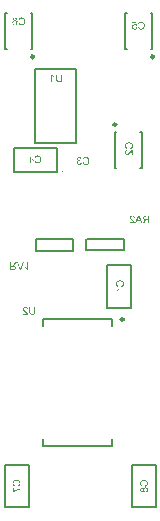
<source format=gbr>
%TF.GenerationSoftware,Altium Limited,Altium Designer,19.1.8 (144)*%
G04 Layer_Color=32896*
%FSLAX26Y26*%
%MOIN*%
%TF.FileFunction,Legend,Bot*%
%TF.Part,Single*%
G01*
G75*
%TA.AperFunction,NonConductor*%
%ADD40C,0.010000*%
%ADD41C,0.009842*%
%ADD42C,0.003937*%
%ADD43C,0.008000*%
%ADD44C,0.006000*%
%ADD45C,0.007874*%
G36*
X130520Y77101D02*
X131815Y76953D01*
X132962Y76768D01*
X133517Y76620D01*
X133998Y76509D01*
X134442Y76398D01*
X134849Y76250D01*
X135219Y76139D01*
X135515Y76065D01*
X135737Y75954D01*
X135922Y75917D01*
X136033Y75843D01*
X136070D01*
X137180Y75288D01*
X138179Y74659D01*
X139030Y73993D01*
X139363Y73660D01*
X139696Y73364D01*
X139992Y73068D01*
X140251Y72772D01*
X140473Y72513D01*
X140621Y72291D01*
X140769Y72143D01*
X140880Y71995D01*
X140917Y71921D01*
X140954Y71884D01*
X141250Y71366D01*
X141509Y70848D01*
X141916Y69738D01*
X142212Y68628D01*
X142397Y67555D01*
X142471Y67037D01*
X142545Y66593D01*
X142582Y66186D01*
Y65853D01*
X142619Y65557D01*
Y65150D01*
X142582Y64410D01*
X142508Y63707D01*
X142434Y63041D01*
X142286Y62412D01*
X142101Y61820D01*
X141916Y61265D01*
X141731Y60747D01*
X141509Y60266D01*
X141324Y59859D01*
X141139Y59452D01*
X140954Y59156D01*
X140769Y58860D01*
X140621Y58675D01*
X140547Y58490D01*
X140473Y58416D01*
X140436Y58379D01*
X139992Y57861D01*
X139548Y57417D01*
X139030Y57010D01*
X138512Y56603D01*
X137476Y55937D01*
X136440Y55419D01*
X135959Y55197D01*
X135515Y55012D01*
X135108Y54864D01*
X134775Y54753D01*
X134479Y54642D01*
X134257Y54568D01*
X134109Y54531D01*
X134072D01*
X133221Y57935D01*
X133813Y58083D01*
X134368Y58268D01*
X134886Y58453D01*
X135367Y58638D01*
X135811Y58860D01*
X136181Y59082D01*
X136551Y59341D01*
X136884Y59563D01*
X137180Y59748D01*
X137402Y59970D01*
X137624Y60155D01*
X137809Y60303D01*
X137920Y60451D01*
X138031Y60562D01*
X138068Y60599D01*
X138105Y60636D01*
X138401Y61006D01*
X138623Y61413D01*
X139030Y62227D01*
X139326Y63004D01*
X139511Y63781D01*
X139659Y64447D01*
X139696Y64706D01*
Y64965D01*
X139733Y65187D01*
Y65446D01*
X139696Y66297D01*
X139548Y67111D01*
X139363Y67851D01*
X139141Y68517D01*
X138919Y69035D01*
X138808Y69257D01*
X138734Y69442D01*
X138660Y69590D01*
X138586Y69701D01*
X138549Y69775D01*
Y69812D01*
X138031Y70515D01*
X137476Y71107D01*
X136847Y71625D01*
X136255Y72032D01*
X135737Y72365D01*
X135293Y72587D01*
X135108Y72661D01*
X134997Y72735D01*
X134923Y72772D01*
X134886D01*
X133924Y73068D01*
X132962Y73290D01*
X132000Y73475D01*
X131112Y73586D01*
X130705Y73623D01*
X130335Y73660D01*
X130002D01*
X129743Y73697D01*
X129521D01*
X129336D01*
X129225D01*
X129188D01*
X128226Y73660D01*
X127338Y73586D01*
X126524Y73438D01*
X125784Y73290D01*
X125155Y73179D01*
X124896Y73105D01*
X124674Y73031D01*
X124489Y72994D01*
X124378Y72957D01*
X124304Y72920D01*
X124267D01*
X123416Y72550D01*
X122639Y72143D01*
X122010Y71699D01*
X121455Y71218D01*
X121011Y70811D01*
X120715Y70478D01*
X120530Y70219D01*
X120456Y70182D01*
Y70145D01*
X119975Y69368D01*
X119605Y68517D01*
X119346Y67703D01*
X119198Y66926D01*
X119087Y66223D01*
X119050Y65927D01*
Y65668D01*
X119013Y65483D01*
Y65187D01*
X119050Y64262D01*
X119198Y63411D01*
X119420Y62708D01*
X119642Y62079D01*
X119901Y61598D01*
X120086Y61228D01*
X120234Y61006D01*
X120308Y60932D01*
X120863Y60340D01*
X121492Y59785D01*
X122158Y59341D01*
X122824Y58971D01*
X123416Y58675D01*
X123712Y58564D01*
X123934Y58490D01*
X124119Y58416D01*
X124267Y58342D01*
X124341Y58305D01*
X124378D01*
X123601Y54975D01*
X122935Y55197D01*
X122343Y55419D01*
X121788Y55715D01*
X121233Y55974D01*
X120752Y56270D01*
X120308Y56603D01*
X119864Y56899D01*
X119494Y57195D01*
X119198Y57491D01*
X118902Y57750D01*
X118643Y58009D01*
X118458Y58194D01*
X118273Y58379D01*
X118162Y58527D01*
X118125Y58601D01*
X118088Y58638D01*
X117755Y59156D01*
X117422Y59674D01*
X117163Y60192D01*
X116941Y60747D01*
X116608Y61857D01*
X116386Y62856D01*
X116275Y63337D01*
X116238Y63744D01*
X116201Y64151D01*
X116164Y64484D01*
X116127Y64743D01*
Y65113D01*
X116201Y66334D01*
X116386Y67518D01*
X116608Y68554D01*
X116756Y69035D01*
X116904Y69479D01*
X117052Y69886D01*
X117200Y70256D01*
X117311Y70552D01*
X117422Y70848D01*
X117533Y71033D01*
X117607Y71181D01*
X117644Y71292D01*
X117681Y71329D01*
X118310Y72328D01*
X119050Y73179D01*
X119790Y73919D01*
X120530Y74548D01*
X121196Y75029D01*
X121492Y75214D01*
X121751Y75362D01*
X121936Y75510D01*
X122084Y75584D01*
X122195Y75621D01*
X122232Y75658D01*
X123379Y76176D01*
X124563Y76546D01*
X125747Y76805D01*
X126820Y76990D01*
X127301Y77064D01*
X127782Y77101D01*
X128152Y77138D01*
X128522D01*
X128781Y77175D01*
X129003D01*
X129151D01*
X129188D01*
X130520Y77101D01*
D02*
G37*
G36*
X119938Y38880D02*
X121011Y39768D01*
X122158Y40619D01*
X123268Y41359D01*
X124341Y42062D01*
X124822Y42358D01*
X125266Y42617D01*
X125673Y42876D01*
X126006Y43061D01*
X126302Y43209D01*
X126487Y43320D01*
X126635Y43394D01*
X126672Y43431D01*
X128152Y44171D01*
X129632Y44837D01*
X131038Y45392D01*
X131667Y45614D01*
X132296Y45836D01*
X132851Y46058D01*
X133369Y46206D01*
X133813Y46354D01*
X134183Y46465D01*
X134516Y46576D01*
X134738Y46650D01*
X134886Y46687D01*
X134923D01*
X136440Y47057D01*
X137180Y47205D01*
X137846Y47316D01*
X138475Y47427D01*
X139104Y47538D01*
X139622Y47612D01*
X140140Y47686D01*
X140584Y47723D01*
X140991Y47760D01*
X141361Y47797D01*
X141657D01*
X141879Y47834D01*
X142027D01*
X142138D01*
X142175D01*
Y44615D01*
X140769Y44504D01*
X139474Y44319D01*
X138290Y44134D01*
X137735Y44023D01*
X137217Y43912D01*
X136773Y43838D01*
X136366Y43727D01*
X135996Y43653D01*
X135700Y43579D01*
X135478Y43505D01*
X135293Y43468D01*
X135182Y43431D01*
X135145D01*
X133443Y42876D01*
X131852Y42284D01*
X131075Y41988D01*
X130335Y41692D01*
X129669Y41359D01*
X129003Y41063D01*
X128411Y40804D01*
X127893Y40545D01*
X127449Y40323D01*
X127042Y40138D01*
X126709Y39953D01*
X126487Y39842D01*
X126339Y39768D01*
X126302Y39731D01*
X125525Y39287D01*
X124748Y38843D01*
X124045Y38399D01*
X123379Y37955D01*
X122787Y37548D01*
X122195Y37141D01*
X121677Y36734D01*
X121233Y36401D01*
X120789Y36068D01*
X120419Y35772D01*
X120123Y35476D01*
X119864Y35254D01*
X119642Y35106D01*
X119494Y34958D01*
X119420Y34884D01*
X119383Y34847D01*
X116904D01*
Y51423D01*
X119938D01*
Y38880D01*
D02*
G37*
G36*
X555520Y77101D02*
X556815Y76953D01*
X557962Y76768D01*
X558517Y76620D01*
X558998Y76509D01*
X559442Y76398D01*
X559849Y76250D01*
X560219Y76139D01*
X560515Y76065D01*
X560737Y75954D01*
X560922Y75917D01*
X561033Y75843D01*
X561070D01*
X562180Y75288D01*
X563179Y74659D01*
X564030Y73993D01*
X564363Y73660D01*
X564696Y73364D01*
X564992Y73068D01*
X565251Y72772D01*
X565473Y72513D01*
X565621Y72291D01*
X565769Y72143D01*
X565880Y71995D01*
X565917Y71921D01*
X565954Y71884D01*
X566250Y71366D01*
X566509Y70848D01*
X566916Y69738D01*
X567212Y68628D01*
X567397Y67555D01*
X567471Y67037D01*
X567545Y66593D01*
X567582Y66186D01*
Y65853D01*
X567619Y65557D01*
Y65150D01*
X567582Y64410D01*
X567508Y63707D01*
X567434Y63041D01*
X567286Y62412D01*
X567101Y61820D01*
X566916Y61265D01*
X566731Y60747D01*
X566509Y60266D01*
X566324Y59859D01*
X566139Y59452D01*
X565954Y59156D01*
X565769Y58860D01*
X565621Y58675D01*
X565547Y58490D01*
X565473Y58416D01*
X565436Y58379D01*
X564992Y57861D01*
X564548Y57417D01*
X564030Y57010D01*
X563512Y56603D01*
X562476Y55937D01*
X561440Y55419D01*
X560959Y55197D01*
X560515Y55012D01*
X560108Y54864D01*
X559775Y54753D01*
X559479Y54642D01*
X559257Y54568D01*
X559109Y54531D01*
X559072D01*
X558221Y57935D01*
X558813Y58083D01*
X559368Y58268D01*
X559886Y58453D01*
X560367Y58638D01*
X560811Y58860D01*
X561181Y59082D01*
X561551Y59341D01*
X561884Y59563D01*
X562180Y59748D01*
X562402Y59970D01*
X562624Y60155D01*
X562809Y60303D01*
X562920Y60451D01*
X563031Y60562D01*
X563068Y60599D01*
X563105Y60636D01*
X563401Y61006D01*
X563623Y61413D01*
X564030Y62227D01*
X564326Y63004D01*
X564511Y63781D01*
X564659Y64447D01*
X564696Y64706D01*
Y64965D01*
X564733Y65187D01*
Y65446D01*
X564696Y66297D01*
X564548Y67111D01*
X564363Y67851D01*
X564141Y68517D01*
X563919Y69035D01*
X563808Y69257D01*
X563734Y69442D01*
X563660Y69590D01*
X563586Y69701D01*
X563549Y69775D01*
Y69812D01*
X563031Y70515D01*
X562476Y71107D01*
X561847Y71625D01*
X561255Y72032D01*
X560737Y72365D01*
X560293Y72587D01*
X560108Y72661D01*
X559997Y72735D01*
X559923Y72772D01*
X559886D01*
X558924Y73068D01*
X557962Y73290D01*
X557000Y73475D01*
X556112Y73586D01*
X555705Y73623D01*
X555335Y73660D01*
X555002D01*
X554743Y73697D01*
X554521D01*
X554336D01*
X554225D01*
X554188D01*
X553226Y73660D01*
X552338Y73586D01*
X551524Y73438D01*
X550784Y73290D01*
X550155Y73179D01*
X549896Y73105D01*
X549674Y73031D01*
X549489Y72994D01*
X549378Y72957D01*
X549304Y72920D01*
X549267D01*
X548416Y72550D01*
X547639Y72143D01*
X547010Y71699D01*
X546455Y71218D01*
X546011Y70811D01*
X545715Y70478D01*
X545530Y70219D01*
X545456Y70182D01*
Y70145D01*
X544975Y69368D01*
X544605Y68517D01*
X544346Y67703D01*
X544198Y66926D01*
X544087Y66223D01*
X544050Y65927D01*
Y65668D01*
X544013Y65483D01*
Y65187D01*
X544050Y64262D01*
X544198Y63411D01*
X544420Y62708D01*
X544642Y62079D01*
X544901Y61598D01*
X545086Y61228D01*
X545234Y61006D01*
X545308Y60932D01*
X545863Y60340D01*
X546492Y59785D01*
X547158Y59341D01*
X547824Y58971D01*
X548416Y58675D01*
X548712Y58564D01*
X548934Y58490D01*
X549119Y58416D01*
X549267Y58342D01*
X549341Y58305D01*
X549378D01*
X548601Y54975D01*
X547935Y55197D01*
X547343Y55419D01*
X546788Y55715D01*
X546233Y55974D01*
X545752Y56270D01*
X545308Y56603D01*
X544864Y56899D01*
X544494Y57195D01*
X544198Y57491D01*
X543902Y57750D01*
X543643Y58009D01*
X543458Y58194D01*
X543273Y58379D01*
X543162Y58527D01*
X543125Y58601D01*
X543088Y58638D01*
X542755Y59156D01*
X542422Y59674D01*
X542163Y60192D01*
X541941Y60747D01*
X541608Y61857D01*
X541386Y62856D01*
X541275Y63337D01*
X541238Y63744D01*
X541201Y64151D01*
X541164Y64484D01*
X541127Y64743D01*
Y65113D01*
X541201Y66334D01*
X541386Y67518D01*
X541608Y68554D01*
X541756Y69035D01*
X541904Y69479D01*
X542052Y69886D01*
X542200Y70256D01*
X542311Y70552D01*
X542422Y70848D01*
X542533Y71033D01*
X542607Y71181D01*
X542644Y71292D01*
X542681Y71329D01*
X543310Y72328D01*
X544050Y73179D01*
X544790Y73919D01*
X545530Y74548D01*
X546196Y75029D01*
X546492Y75214D01*
X546751Y75362D01*
X546936Y75510D01*
X547084Y75584D01*
X547195Y75621D01*
X547232Y75658D01*
X548379Y76176D01*
X549563Y76546D01*
X550747Y76805D01*
X551820Y76990D01*
X552301Y77064D01*
X552782Y77101D01*
X553152Y77138D01*
X553522D01*
X553781Y77175D01*
X554003D01*
X554151D01*
X554188D01*
X555520Y77101D01*
D02*
G37*
G36*
X560404Y51645D02*
X560996Y51571D01*
X561551Y51460D01*
X562106Y51312D01*
X563031Y50942D01*
X563475Y50757D01*
X563845Y50535D01*
X564215Y50313D01*
X564511Y50128D01*
X564770Y49906D01*
X564992Y49758D01*
X565177Y49610D01*
X565288Y49499D01*
X565362Y49425D01*
X565399Y49388D01*
X565806Y48944D01*
X566139Y48463D01*
X566435Y47945D01*
X566694Y47427D01*
X566879Y46946D01*
X567064Y46428D01*
X567323Y45429D01*
X567434Y44985D01*
X567508Y44578D01*
X567545Y44208D01*
X567582Y43875D01*
X567619Y43616D01*
Y43246D01*
X567582Y42543D01*
X567508Y41914D01*
X567397Y41285D01*
X567286Y40693D01*
X567101Y40175D01*
X566916Y39657D01*
X566731Y39176D01*
X566509Y38769D01*
X566287Y38399D01*
X566102Y38066D01*
X565917Y37807D01*
X565732Y37548D01*
X565621Y37363D01*
X565510Y37252D01*
X565436Y37178D01*
X565399Y37141D01*
X564955Y36734D01*
X564511Y36364D01*
X564067Y36068D01*
X563586Y35809D01*
X563142Y35550D01*
X562661Y35365D01*
X561810Y35106D01*
X561403Y34995D01*
X561033Y34921D01*
X560700Y34884D01*
X560441Y34847D01*
X560219Y34810D01*
X560034D01*
X559923D01*
X559886D01*
X559035Y34847D01*
X558258Y34995D01*
X557555Y35217D01*
X556963Y35439D01*
X556482Y35661D01*
X556112Y35883D01*
X555890Y36031D01*
X555853Y36068D01*
X555816D01*
X555224Y36586D01*
X554706Y37141D01*
X554299Y37733D01*
X553929Y38288D01*
X553670Y38806D01*
X553485Y39250D01*
X553411Y39398D01*
X553374Y39509D01*
X553337Y39583D01*
Y39620D01*
X553041Y38954D01*
X552708Y38399D01*
X552375Y37918D01*
X552042Y37511D01*
X551746Y37215D01*
X551524Y36993D01*
X551376Y36845D01*
X551302Y36808D01*
X550784Y36475D01*
X550266Y36253D01*
X549748Y36068D01*
X549230Y35957D01*
X548823Y35883D01*
X548490Y35846D01*
X548268D01*
X548231D01*
X548194D01*
X547676Y35883D01*
X547195Y35920D01*
X546270Y36179D01*
X545456Y36512D01*
X544753Y36882D01*
X544198Y37252D01*
X543976Y37437D01*
X543754Y37585D01*
X543606Y37733D01*
X543495Y37844D01*
X543458Y37881D01*
X543421Y37918D01*
X543088Y38325D01*
X542755Y38732D01*
X542496Y39176D01*
X542274Y39620D01*
X541941Y40508D01*
X541719Y41396D01*
X541608Y41766D01*
X541571Y42136D01*
X541534Y42469D01*
X541497Y42765D01*
X541460Y42987D01*
Y43320D01*
X541497Y43912D01*
X541534Y44504D01*
X541756Y45540D01*
X541904Y46021D01*
X542052Y46465D01*
X542237Y46872D01*
X542422Y47242D01*
X542607Y47538D01*
X542792Y47834D01*
X542940Y48093D01*
X543088Y48278D01*
X543199Y48426D01*
X543310Y48537D01*
X543347Y48611D01*
X543384Y48648D01*
X543754Y48981D01*
X544124Y49314D01*
X544531Y49573D01*
X544938Y49795D01*
X545715Y50165D01*
X546455Y50387D01*
X547084Y50535D01*
X547380Y50572D01*
X547602Y50609D01*
X547824Y50646D01*
X547972D01*
X548046D01*
X548083D01*
X548749Y50609D01*
X549378Y50498D01*
X549933Y50350D01*
X550414Y50165D01*
X550784Y50017D01*
X551080Y49869D01*
X551228Y49758D01*
X551302Y49721D01*
X551746Y49314D01*
X552153Y48870D01*
X552523Y48389D01*
X552819Y47908D01*
X553041Y47464D01*
X553189Y47131D01*
X553263Y46983D01*
X553300Y46872D01*
X553337Y46835D01*
Y46798D01*
X553596Y47649D01*
X553929Y48352D01*
X554336Y48981D01*
X554706Y49499D01*
X555076Y49906D01*
X555372Y50202D01*
X555557Y50350D01*
X555594Y50424D01*
X555631D01*
X556297Y50831D01*
X557000Y51164D01*
X557666Y51386D01*
X558332Y51534D01*
X558924Y51608D01*
X559183Y51645D01*
X559405D01*
X559553Y51682D01*
X559701D01*
X559775D01*
X559812D01*
X560404Y51645D01*
D02*
G37*
G36*
X159874Y652853D02*
X160503Y652816D01*
X161095Y652705D01*
X161650Y652594D01*
X162168Y652446D01*
X162649Y652298D01*
X163093Y652113D01*
X163500Y651928D01*
X163870Y651743D01*
X164166Y651558D01*
X164425Y651410D01*
X164647Y651262D01*
X164832Y651151D01*
X164943Y651040D01*
X165017Y651003D01*
X165054Y650966D01*
X165424Y650596D01*
X165757Y650189D01*
X166090Y649745D01*
X166349Y649301D01*
X166793Y648413D01*
X167089Y647525D01*
X167200Y647118D01*
X167311Y646711D01*
X167385Y646378D01*
X167459Y646082D01*
X167496Y645823D01*
Y645638D01*
X167533Y645527D01*
Y645490D01*
X164314Y645157D01*
X164240Y646008D01*
X164092Y646748D01*
X163870Y647414D01*
X163611Y647932D01*
X163389Y648376D01*
X163167Y648672D01*
X163019Y648857D01*
X162945Y648931D01*
X162390Y649375D01*
X161798Y649708D01*
X161169Y649967D01*
X160614Y650115D01*
X160096Y650226D01*
X159652Y650263D01*
X159504Y650300D01*
X159282D01*
X158505Y650263D01*
X157802Y650115D01*
X157210Y649893D01*
X156692Y649671D01*
X156285Y649412D01*
X156026Y649227D01*
X155841Y649079D01*
X155767Y649005D01*
X155323Y648487D01*
X154990Y647969D01*
X154731Y647451D01*
X154583Y646933D01*
X154472Y646526D01*
X154435Y646156D01*
X154398Y645934D01*
Y645897D01*
Y645860D01*
X154472Y645194D01*
X154620Y644491D01*
X154879Y643862D01*
X155138Y643270D01*
X155434Y642789D01*
X155693Y642382D01*
X155767Y642234D01*
X155841Y642123D01*
X155915Y642086D01*
Y642049D01*
X156211Y641642D01*
X156581Y641235D01*
X156988Y640791D01*
X157432Y640347D01*
X158357Y639459D01*
X159282Y638571D01*
X159763Y638164D01*
X160170Y637794D01*
X160577Y637461D01*
X160910Y637165D01*
X161169Y636943D01*
X161391Y636758D01*
X161539Y636647D01*
X161576Y636610D01*
X162501Y635833D01*
X163352Y635093D01*
X164055Y634427D01*
X164610Y633872D01*
X165091Y633391D01*
X165424Y633058D01*
X165609Y632836D01*
X165683Y632799D01*
Y632762D01*
X166201Y632133D01*
X166608Y631541D01*
X166978Y630949D01*
X167274Y630431D01*
X167496Y629987D01*
X167644Y629654D01*
X167718Y629432D01*
X167755Y629395D01*
Y629358D01*
X167903Y628951D01*
X167977Y628581D01*
X168051Y628211D01*
X168088Y627878D01*
X168125Y627582D01*
Y627360D01*
Y627212D01*
Y627175D01*
X151142D01*
Y630209D01*
X163759D01*
X163315Y630838D01*
X163093Y631097D01*
X162908Y631356D01*
X162723Y631578D01*
X162575Y631726D01*
X162464Y631837D01*
X162427Y631874D01*
X162242Y632059D01*
X162020Y632244D01*
X161502Y632725D01*
X160910Y633280D01*
X160281Y633835D01*
X159689Y634316D01*
X159430Y634538D01*
X159208Y634760D01*
X159023Y634908D01*
X158875Y635019D01*
X158801Y635093D01*
X158764Y635130D01*
X158172Y635648D01*
X157580Y636129D01*
X157062Y636610D01*
X156581Y637017D01*
X156137Y637424D01*
X155767Y637794D01*
X155397Y638127D01*
X155101Y638423D01*
X154805Y638719D01*
X154583Y638941D01*
X154398Y639126D01*
X154213Y639311D01*
X154028Y639533D01*
X153954Y639607D01*
X153436Y640236D01*
X152992Y640791D01*
X152622Y641346D01*
X152326Y641790D01*
X152104Y642197D01*
X151956Y642493D01*
X151882Y642678D01*
X151845Y642752D01*
X151623Y643307D01*
X151475Y643862D01*
X151327Y644380D01*
X151253Y644824D01*
X151216Y645231D01*
X151179Y645527D01*
Y645712D01*
Y645786D01*
X151216Y646341D01*
X151290Y646859D01*
X151364Y647377D01*
X151512Y647821D01*
X151882Y648709D01*
X152252Y649412D01*
X152474Y649745D01*
X152659Y650004D01*
X152844Y650263D01*
X153029Y650448D01*
X153177Y650596D01*
X153251Y650744D01*
X153325Y650781D01*
X153362Y650818D01*
X153769Y651188D01*
X154213Y651521D01*
X154694Y651780D01*
X155175Y652002D01*
X156137Y652372D01*
X157099Y652631D01*
X157506Y652705D01*
X157913Y652779D01*
X158283Y652816D01*
X158579Y652853D01*
X158838Y652890D01*
X159208D01*
X159874Y652853D01*
D02*
G37*
G36*
X192175Y637979D02*
Y637239D01*
X192138Y636536D01*
X192101Y635870D01*
X192027Y635241D01*
X191953Y634686D01*
X191879Y634168D01*
X191768Y633687D01*
X191694Y633243D01*
X191620Y632836D01*
X191509Y632503D01*
X191435Y632207D01*
X191361Y631985D01*
X191287Y631800D01*
X191250Y631652D01*
X191213Y631578D01*
Y631541D01*
X190806Y630727D01*
X190288Y629987D01*
X189770Y629395D01*
X189215Y628877D01*
X188734Y628470D01*
X188327Y628174D01*
X188179Y628100D01*
X188068Y628026D01*
X187994Y627952D01*
X187957D01*
X187032Y627545D01*
X186070Y627249D01*
X185071Y627027D01*
X184146Y626879D01*
X183739Y626842D01*
X183332Y626805D01*
X182962Y626768D01*
X182666D01*
X182407Y626731D01*
X182074D01*
X180742Y626805D01*
X180150Y626879D01*
X179595Y626953D01*
X179040Y627064D01*
X178559Y627175D01*
X178115Y627286D01*
X177708Y627434D01*
X177338Y627582D01*
X177042Y627693D01*
X176746Y627804D01*
X176524Y627915D01*
X176339Y628026D01*
X176228Y628063D01*
X176154Y628137D01*
X176117D01*
X175303Y628692D01*
X174637Y629321D01*
X174119Y629913D01*
X173675Y630505D01*
X173342Y631023D01*
X173120Y631430D01*
X173046Y631578D01*
X172972Y631689D01*
X172935Y631763D01*
Y631800D01*
X172787Y632244D01*
X172639Y632725D01*
X172417Y633724D01*
X172269Y634760D01*
X172158Y635759D01*
X172121Y636203D01*
X172084Y636647D01*
Y637017D01*
X172047Y637350D01*
Y637609D01*
Y637794D01*
Y637942D01*
Y637979D01*
Y652779D01*
X175451D01*
Y637979D01*
Y637128D01*
X175525Y636314D01*
X175599Y635611D01*
X175710Y634945D01*
X175821Y634353D01*
X175969Y633798D01*
X176080Y633317D01*
X176228Y632910D01*
X176376Y632577D01*
X176524Y632244D01*
X176672Y632022D01*
X176783Y631800D01*
X176894Y631652D01*
X176968Y631541D01*
X177005Y631504D01*
X177042Y631467D01*
X177375Y631171D01*
X177745Y630912D01*
X178559Y630505D01*
X179410Y630209D01*
X180298Y630024D01*
X181112Y629876D01*
X181445Y629839D01*
X181778D01*
X182000Y629802D01*
X182370D01*
X183147Y629839D01*
X183850Y629950D01*
X184516Y630061D01*
X185034Y630246D01*
X185478Y630394D01*
X185811Y630505D01*
X185996Y630616D01*
X186070Y630653D01*
X186588Y630986D01*
X187032Y631393D01*
X187402Y631800D01*
X187661Y632170D01*
X187883Y632540D01*
X188068Y632799D01*
X188142Y632984D01*
X188179Y633058D01*
X188290Y633391D01*
X188364Y633724D01*
X188512Y634501D01*
X188623Y635315D01*
X188697Y636129D01*
X188734Y636832D01*
Y637165D01*
X188771Y637424D01*
Y637646D01*
Y637831D01*
Y637942D01*
Y637979D01*
Y652779D01*
X192175D01*
Y637979D01*
D02*
G37*
G36*
X516009Y957853D02*
X516638Y957816D01*
X517230Y957705D01*
X517785Y957594D01*
X518303Y957446D01*
X518784Y957298D01*
X519228Y957113D01*
X519635Y956928D01*
X520005Y956743D01*
X520301Y956558D01*
X520560Y956410D01*
X520782Y956262D01*
X520967Y956151D01*
X521078Y956040D01*
X521152Y956003D01*
X521189Y955966D01*
X521559Y955596D01*
X521892Y955189D01*
X522225Y954745D01*
X522484Y954301D01*
X522928Y953413D01*
X523224Y952525D01*
X523335Y952118D01*
X523446Y951711D01*
X523520Y951378D01*
X523594Y951082D01*
X523631Y950823D01*
Y950638D01*
X523668Y950527D01*
Y950490D01*
X520449Y950157D01*
X520375Y951008D01*
X520227Y951748D01*
X520005Y952414D01*
X519746Y952932D01*
X519524Y953376D01*
X519302Y953672D01*
X519154Y953857D01*
X519080Y953931D01*
X518525Y954375D01*
X517933Y954708D01*
X517304Y954967D01*
X516749Y955115D01*
X516231Y955226D01*
X515787Y955263D01*
X515639Y955300D01*
X515417D01*
X514640Y955263D01*
X513937Y955115D01*
X513345Y954893D01*
X512827Y954671D01*
X512420Y954412D01*
X512161Y954227D01*
X511976Y954079D01*
X511902Y954005D01*
X511458Y953487D01*
X511125Y952969D01*
X510866Y952451D01*
X510718Y951933D01*
X510607Y951526D01*
X510570Y951156D01*
X510533Y950934D01*
Y950897D01*
Y950860D01*
X510607Y950194D01*
X510755Y949491D01*
X511014Y948862D01*
X511273Y948270D01*
X511569Y947789D01*
X511828Y947382D01*
X511902Y947234D01*
X511976Y947123D01*
X512050Y947086D01*
Y947049D01*
X512346Y946642D01*
X512716Y946235D01*
X513123Y945791D01*
X513567Y945347D01*
X514492Y944459D01*
X515417Y943571D01*
X515898Y943164D01*
X516305Y942794D01*
X516712Y942461D01*
X517045Y942165D01*
X517304Y941943D01*
X517526Y941758D01*
X517674Y941647D01*
X517711Y941610D01*
X518636Y940833D01*
X519487Y940093D01*
X520190Y939427D01*
X520745Y938872D01*
X521226Y938391D01*
X521559Y938058D01*
X521744Y937836D01*
X521818Y937799D01*
Y937762D01*
X522336Y937133D01*
X522743Y936541D01*
X523113Y935949D01*
X523409Y935431D01*
X523631Y934987D01*
X523779Y934654D01*
X523853Y934432D01*
X523890Y934395D01*
Y934358D01*
X524038Y933951D01*
X524112Y933581D01*
X524186Y933211D01*
X524223Y932878D01*
X524260Y932582D01*
Y932360D01*
Y932212D01*
Y932175D01*
X507277D01*
Y935209D01*
X519894D01*
X519450Y935838D01*
X519228Y936097D01*
X519043Y936356D01*
X518858Y936578D01*
X518710Y936726D01*
X518599Y936837D01*
X518562Y936874D01*
X518377Y937059D01*
X518155Y937244D01*
X517637Y937725D01*
X517045Y938280D01*
X516416Y938835D01*
X515824Y939316D01*
X515565Y939538D01*
X515343Y939760D01*
X515158Y939908D01*
X515010Y940019D01*
X514936Y940093D01*
X514899Y940130D01*
X514307Y940648D01*
X513715Y941129D01*
X513197Y941610D01*
X512716Y942017D01*
X512272Y942424D01*
X511902Y942794D01*
X511532Y943127D01*
X511236Y943423D01*
X510940Y943719D01*
X510718Y943941D01*
X510533Y944126D01*
X510348Y944311D01*
X510163Y944533D01*
X510089Y944607D01*
X509571Y945236D01*
X509127Y945791D01*
X508757Y946346D01*
X508461Y946790D01*
X508239Y947197D01*
X508091Y947493D01*
X508017Y947678D01*
X507980Y947752D01*
X507758Y948307D01*
X507610Y948862D01*
X507462Y949380D01*
X507388Y949824D01*
X507351Y950231D01*
X507314Y950527D01*
Y950712D01*
Y950786D01*
X507351Y951341D01*
X507425Y951859D01*
X507499Y952377D01*
X507647Y952821D01*
X508017Y953709D01*
X508387Y954412D01*
X508609Y954745D01*
X508794Y955004D01*
X508979Y955263D01*
X509164Y955448D01*
X509312Y955596D01*
X509386Y955744D01*
X509460Y955781D01*
X509497Y955818D01*
X509904Y956188D01*
X510348Y956521D01*
X510829Y956780D01*
X511310Y957002D01*
X512272Y957372D01*
X513234Y957631D01*
X513641Y957705D01*
X514048Y957779D01*
X514418Y957816D01*
X514714Y957853D01*
X514973Y957890D01*
X515343D01*
X516009Y957853D01*
D02*
G37*
G36*
X572175Y932175D02*
X568771D01*
Y943534D01*
X564405D01*
X563998Y943497D01*
X563702D01*
X563443Y943460D01*
X563258Y943423D01*
X563110D01*
X563036Y943386D01*
X562999D01*
X562407Y943201D01*
X562148Y943090D01*
X561926Y942979D01*
X561704Y942868D01*
X561556Y942794D01*
X561482Y942757D01*
X561445Y942720D01*
X561149Y942498D01*
X560853Y942239D01*
X560298Y941684D01*
X560039Y941425D01*
X559854Y941203D01*
X559743Y941055D01*
X559706Y941018D01*
X559336Y940500D01*
X558929Y939945D01*
X558522Y939353D01*
X558115Y938798D01*
X557782Y938280D01*
X557523Y937873D01*
X557412Y937725D01*
X557338Y937614D01*
X557264Y937540D01*
Y937503D01*
X553897Y932175D01*
X549679D01*
X554082Y939131D01*
X554600Y939871D01*
X555081Y940537D01*
X555562Y941092D01*
X555969Y941610D01*
X556339Y941980D01*
X556635Y942276D01*
X556820Y942461D01*
X556894Y942535D01*
X557190Y942757D01*
X557523Y943016D01*
X558189Y943423D01*
X558485Y943571D01*
X558707Y943719D01*
X558855Y943793D01*
X558929Y943830D01*
X558263Y943941D01*
X557634Y944052D01*
X557079Y944237D01*
X556524Y944385D01*
X556043Y944570D01*
X555599Y944792D01*
X555192Y944977D01*
X554822Y945162D01*
X554526Y945384D01*
X554230Y945569D01*
X554008Y945717D01*
X553823Y945865D01*
X553675Y945976D01*
X553564Y946087D01*
X553527Y946124D01*
X553490Y946161D01*
X553194Y946531D01*
X552898Y946901D01*
X552454Y947678D01*
X552158Y948455D01*
X551936Y949195D01*
X551788Y949824D01*
X551751Y950083D01*
Y950342D01*
X551714Y950527D01*
Y950675D01*
Y950749D01*
Y950786D01*
X551751Y951563D01*
X551862Y952266D01*
X552047Y952932D01*
X552232Y953487D01*
X552454Y953968D01*
X552602Y954338D01*
X552750Y954560D01*
X552787Y954597D01*
Y954634D01*
X553231Y955226D01*
X553675Y955744D01*
X554156Y956188D01*
X554600Y956521D01*
X555007Y956780D01*
X555340Y956928D01*
X555562Y957039D01*
X555599Y957076D01*
X555636D01*
X555969Y957187D01*
X556376Y957298D01*
X557190Y957483D01*
X558078Y957594D01*
X558892Y957705D01*
X559669Y957742D01*
X560002D01*
X560298Y957779D01*
X572175D01*
Y932175D01*
D02*
G37*
G36*
X549198D02*
X545609D01*
X542834Y939945D01*
X532104D01*
X529107Y932175D01*
X525259D01*
X535730Y957779D01*
X539430D01*
X549198Y932175D01*
D02*
G37*
G36*
X143620Y776571D02*
X139920D01*
X130152Y802175D01*
X133741D01*
X136516Y794405D01*
X147246D01*
X150243Y802175D01*
X154091D01*
X143620Y776571D01*
D02*
G37*
G36*
X125268Y795219D02*
X124750Y794479D01*
X124269Y793813D01*
X123788Y793258D01*
X123381Y792740D01*
X123011Y792370D01*
X122715Y792074D01*
X122530Y791889D01*
X122456Y791815D01*
X122160Y791593D01*
X121827Y791334D01*
X121161Y790927D01*
X120865Y790779D01*
X120643Y790631D01*
X120495Y790557D01*
X120421Y790520D01*
X121087Y790409D01*
X121716Y790298D01*
X122271Y790113D01*
X122826Y789965D01*
X123307Y789780D01*
X123751Y789558D01*
X124158Y789373D01*
X124528Y789188D01*
X124824Y788966D01*
X125120Y788781D01*
X125342Y788633D01*
X125527Y788485D01*
X125675Y788374D01*
X125786Y788263D01*
X125823Y788226D01*
X125860Y788189D01*
X126156Y787819D01*
X126452Y787449D01*
X126896Y786672D01*
X127192Y785895D01*
X127414Y785155D01*
X127562Y784526D01*
X127599Y784267D01*
Y784008D01*
X127636Y783823D01*
Y783675D01*
Y783601D01*
Y783564D01*
X127599Y782787D01*
X127488Y782084D01*
X127303Y781418D01*
X127118Y780863D01*
X126896Y780382D01*
X126748Y780012D01*
X126600Y779790D01*
X126563Y779753D01*
Y779716D01*
X126119Y779124D01*
X125675Y778606D01*
X125194Y778162D01*
X124750Y777829D01*
X124343Y777570D01*
X124010Y777422D01*
X123788Y777311D01*
X123751Y777274D01*
X123714D01*
X123381Y777163D01*
X122974Y777052D01*
X122160Y776867D01*
X121272Y776756D01*
X120458Y776645D01*
X119681Y776608D01*
X119348D01*
X119052Y776571D01*
X107175D01*
Y802175D01*
X110579D01*
Y790816D01*
X114945D01*
X115352Y790853D01*
X115648D01*
X115907Y790890D01*
X116092Y790927D01*
X116240D01*
X116314Y790964D01*
X116351D01*
X116943Y791149D01*
X117202Y791260D01*
X117424Y791371D01*
X117646Y791482D01*
X117794Y791556D01*
X117868Y791593D01*
X117905Y791630D01*
X118201Y791852D01*
X118497Y792111D01*
X119052Y792666D01*
X119311Y792925D01*
X119496Y793147D01*
X119607Y793295D01*
X119644Y793332D01*
X120014Y793850D01*
X120421Y794405D01*
X120828Y794997D01*
X121235Y795552D01*
X121568Y796070D01*
X121827Y796477D01*
X121938Y796625D01*
X122012Y796736D01*
X122086Y796810D01*
Y796847D01*
X125453Y802175D01*
X129671D01*
X125268Y795219D01*
D02*
G37*
G36*
X167374Y776460D02*
X165339D01*
X164969Y777089D01*
X164562Y777681D01*
X164081Y778273D01*
X163637Y778791D01*
X163193Y779235D01*
X162860Y779605D01*
X162712Y779716D01*
X162601Y779827D01*
X162564Y779864D01*
X162527Y779901D01*
X161750Y780530D01*
X160973Y781122D01*
X160233Y781640D01*
X159493Y782047D01*
X158864Y782417D01*
X158605Y782565D01*
X158383Y782676D01*
X158198Y782787D01*
X158050Y782824D01*
X157976Y782898D01*
X157939D01*
Y785932D01*
X158494Y785710D01*
X159049Y785451D01*
X159604Y785192D01*
X160122Y784933D01*
X160566Y784711D01*
X160936Y784526D01*
X161158Y784378D01*
X161195Y784341D01*
X161232D01*
X161898Y783934D01*
X162490Y783527D01*
X163008Y783157D01*
X163415Y782824D01*
X163785Y782565D01*
X164007Y782343D01*
X164192Y782195D01*
X164229Y782158D01*
Y802175D01*
X167374D01*
Y776460D01*
D02*
G37*
G36*
X201334Y1158149D02*
X202518Y1157964D01*
X203554Y1157742D01*
X204035Y1157594D01*
X204479Y1157446D01*
X204886Y1157298D01*
X205256Y1157150D01*
X205552Y1157039D01*
X205848Y1156928D01*
X206033Y1156817D01*
X206181Y1156743D01*
X206292Y1156706D01*
X206329Y1156669D01*
X207328Y1156040D01*
X208179Y1155300D01*
X208919Y1154560D01*
X209548Y1153820D01*
X210029Y1153154D01*
X210214Y1152858D01*
X210362Y1152599D01*
X210510Y1152414D01*
X210584Y1152266D01*
X210621Y1152155D01*
X210658Y1152118D01*
X211176Y1150971D01*
X211546Y1149787D01*
X211805Y1148603D01*
X211990Y1147530D01*
X212064Y1147049D01*
X212101Y1146568D01*
X212138Y1146198D01*
Y1145828D01*
X212175Y1145569D01*
Y1145347D01*
Y1145199D01*
Y1145162D01*
X212101Y1143830D01*
X211953Y1142535D01*
X211768Y1141388D01*
X211620Y1140833D01*
X211509Y1140352D01*
X211398Y1139908D01*
X211250Y1139501D01*
X211139Y1139131D01*
X211065Y1138835D01*
X210954Y1138613D01*
X210917Y1138428D01*
X210843Y1138317D01*
Y1138280D01*
X210288Y1137170D01*
X209659Y1136171D01*
X208993Y1135320D01*
X208660Y1134987D01*
X208364Y1134654D01*
X208068Y1134358D01*
X207772Y1134099D01*
X207513Y1133877D01*
X207291Y1133729D01*
X207143Y1133581D01*
X206995Y1133470D01*
X206921Y1133433D01*
X206884Y1133396D01*
X206366Y1133100D01*
X205848Y1132841D01*
X204738Y1132434D01*
X203628Y1132138D01*
X202555Y1131953D01*
X202037Y1131879D01*
X201593Y1131805D01*
X201186Y1131768D01*
X200853D01*
X200557Y1131731D01*
X200150D01*
X199410Y1131768D01*
X198707Y1131842D01*
X198041Y1131916D01*
X197412Y1132064D01*
X196820Y1132249D01*
X196265Y1132434D01*
X195747Y1132619D01*
X195266Y1132841D01*
X194859Y1133026D01*
X194452Y1133211D01*
X194156Y1133396D01*
X193860Y1133581D01*
X193675Y1133729D01*
X193490Y1133803D01*
X193416Y1133877D01*
X193379Y1133914D01*
X192861Y1134358D01*
X192417Y1134802D01*
X192010Y1135320D01*
X191603Y1135838D01*
X190937Y1136874D01*
X190419Y1137910D01*
X190197Y1138391D01*
X190012Y1138835D01*
X189864Y1139242D01*
X189753Y1139575D01*
X189642Y1139871D01*
X189568Y1140093D01*
X189531Y1140241D01*
Y1140278D01*
X192935Y1141129D01*
X193083Y1140537D01*
X193268Y1139982D01*
X193453Y1139464D01*
X193638Y1138983D01*
X193860Y1138539D01*
X194082Y1138169D01*
X194341Y1137799D01*
X194563Y1137466D01*
X194748Y1137170D01*
X194970Y1136948D01*
X195155Y1136726D01*
X195303Y1136541D01*
X195451Y1136430D01*
X195562Y1136319D01*
X195599Y1136282D01*
X195636Y1136245D01*
X196006Y1135949D01*
X196413Y1135727D01*
X197227Y1135320D01*
X198004Y1135024D01*
X198781Y1134839D01*
X199447Y1134691D01*
X199706Y1134654D01*
X199965D01*
X200187Y1134617D01*
X200446D01*
X201297Y1134654D01*
X202111Y1134802D01*
X202851Y1134987D01*
X203517Y1135209D01*
X204035Y1135431D01*
X204257Y1135542D01*
X204442Y1135616D01*
X204590Y1135690D01*
X204701Y1135764D01*
X204775Y1135801D01*
X204812D01*
X205515Y1136319D01*
X206107Y1136874D01*
X206625Y1137503D01*
X207032Y1138095D01*
X207365Y1138613D01*
X207587Y1139057D01*
X207661Y1139242D01*
X207735Y1139353D01*
X207772Y1139427D01*
Y1139464D01*
X208068Y1140426D01*
X208290Y1141388D01*
X208475Y1142350D01*
X208586Y1143238D01*
X208623Y1143645D01*
X208660Y1144015D01*
Y1144348D01*
X208697Y1144607D01*
Y1144829D01*
Y1145014D01*
Y1145125D01*
Y1145162D01*
X208660Y1146124D01*
X208586Y1147012D01*
X208438Y1147826D01*
X208290Y1148566D01*
X208179Y1149195D01*
X208105Y1149454D01*
X208031Y1149676D01*
X207994Y1149861D01*
X207957Y1149972D01*
X207920Y1150046D01*
Y1150083D01*
X207550Y1150934D01*
X207143Y1151711D01*
X206699Y1152340D01*
X206218Y1152895D01*
X205811Y1153339D01*
X205478Y1153635D01*
X205219Y1153820D01*
X205182Y1153894D01*
X205145D01*
X204368Y1154375D01*
X203517Y1154745D01*
X202703Y1155004D01*
X201926Y1155152D01*
X201223Y1155263D01*
X200927Y1155300D01*
X200668D01*
X200483Y1155337D01*
X200187D01*
X199262Y1155300D01*
X198411Y1155152D01*
X197708Y1154930D01*
X197079Y1154708D01*
X196598Y1154449D01*
X196228Y1154264D01*
X196006Y1154116D01*
X195932Y1154042D01*
X195340Y1153487D01*
X194785Y1152858D01*
X194341Y1152192D01*
X193971Y1151526D01*
X193675Y1150934D01*
X193564Y1150638D01*
X193490Y1150416D01*
X193416Y1150231D01*
X193342Y1150083D01*
X193305Y1150009D01*
Y1149972D01*
X189975Y1150749D01*
X190197Y1151415D01*
X190419Y1152007D01*
X190715Y1152562D01*
X190974Y1153117D01*
X191270Y1153598D01*
X191603Y1154042D01*
X191899Y1154486D01*
X192195Y1154856D01*
X192491Y1155152D01*
X192750Y1155448D01*
X193009Y1155707D01*
X193194Y1155892D01*
X193379Y1156077D01*
X193527Y1156188D01*
X193601Y1156225D01*
X193638Y1156262D01*
X194156Y1156595D01*
X194674Y1156928D01*
X195192Y1157187D01*
X195747Y1157409D01*
X196857Y1157742D01*
X197856Y1157964D01*
X198337Y1158075D01*
X198744Y1158112D01*
X199151Y1158149D01*
X199484Y1158186D01*
X199743Y1158223D01*
X200113D01*
X201334Y1158149D01*
D02*
G37*
G36*
X187718Y1141203D02*
Y1138317D01*
X176581D01*
Y1132175D01*
X173436D01*
Y1138317D01*
X169958D01*
Y1141203D01*
X173436D01*
Y1157779D01*
X175989D01*
X187718Y1141203D01*
D02*
G37*
G36*
X248246Y1427261D02*
X248653Y1426669D01*
X249134Y1426077D01*
X249578Y1425559D01*
X250022Y1425115D01*
X250355Y1424745D01*
X250503Y1424634D01*
X250614Y1424523D01*
X250651Y1424486D01*
X250688Y1424449D01*
X251465Y1423820D01*
X252242Y1423228D01*
X252982Y1422710D01*
X253722Y1422303D01*
X254351Y1421933D01*
X254610Y1421785D01*
X254832Y1421674D01*
X255017Y1421563D01*
X255165Y1421526D01*
X255239Y1421452D01*
X255276D01*
Y1418418D01*
X254721Y1418640D01*
X254166Y1418899D01*
X253611Y1419158D01*
X253093Y1419417D01*
X252649Y1419639D01*
X252279Y1419824D01*
X252057Y1419972D01*
X252020Y1420009D01*
X251983D01*
X251317Y1420416D01*
X250725Y1420823D01*
X250207Y1421193D01*
X249800Y1421526D01*
X249430Y1421785D01*
X249208Y1422007D01*
X249023Y1422155D01*
X248986Y1422192D01*
Y1402175D01*
X245841D01*
Y1427890D01*
X247876D01*
X248246Y1427261D01*
D02*
G37*
G36*
X282175Y1412979D02*
Y1412239D01*
X282138Y1411536D01*
X282101Y1410870D01*
X282027Y1410241D01*
X281953Y1409686D01*
X281879Y1409168D01*
X281768Y1408687D01*
X281694Y1408243D01*
X281620Y1407836D01*
X281509Y1407503D01*
X281435Y1407207D01*
X281361Y1406985D01*
X281287Y1406800D01*
X281250Y1406652D01*
X281213Y1406578D01*
Y1406541D01*
X280806Y1405727D01*
X280288Y1404987D01*
X279770Y1404395D01*
X279215Y1403877D01*
X278734Y1403470D01*
X278327Y1403174D01*
X278179Y1403100D01*
X278068Y1403026D01*
X277994Y1402952D01*
X277957D01*
X277032Y1402545D01*
X276070Y1402249D01*
X275071Y1402027D01*
X274146Y1401879D01*
X273739Y1401842D01*
X273332Y1401805D01*
X272962Y1401768D01*
X272666D01*
X272407Y1401731D01*
X272074D01*
X270742Y1401805D01*
X270150Y1401879D01*
X269595Y1401953D01*
X269040Y1402064D01*
X268559Y1402175D01*
X268115Y1402286D01*
X267708Y1402434D01*
X267338Y1402582D01*
X267042Y1402693D01*
X266746Y1402804D01*
X266524Y1402915D01*
X266339Y1403026D01*
X266228Y1403063D01*
X266154Y1403137D01*
X266117D01*
X265303Y1403692D01*
X264637Y1404321D01*
X264119Y1404913D01*
X263675Y1405505D01*
X263342Y1406023D01*
X263120Y1406430D01*
X263046Y1406578D01*
X262972Y1406689D01*
X262935Y1406763D01*
Y1406800D01*
X262787Y1407244D01*
X262639Y1407725D01*
X262417Y1408724D01*
X262269Y1409760D01*
X262158Y1410759D01*
X262121Y1411203D01*
X262084Y1411647D01*
Y1412017D01*
X262047Y1412350D01*
Y1412609D01*
Y1412794D01*
Y1412942D01*
Y1412979D01*
Y1427779D01*
X265451D01*
Y1412979D01*
Y1412128D01*
X265525Y1411314D01*
X265599Y1410611D01*
X265710Y1409945D01*
X265821Y1409353D01*
X265969Y1408798D01*
X266080Y1408317D01*
X266228Y1407910D01*
X266376Y1407577D01*
X266524Y1407244D01*
X266672Y1407022D01*
X266783Y1406800D01*
X266894Y1406652D01*
X266968Y1406541D01*
X267005Y1406504D01*
X267042Y1406467D01*
X267375Y1406171D01*
X267745Y1405912D01*
X268559Y1405505D01*
X269410Y1405209D01*
X270298Y1405024D01*
X271112Y1404876D01*
X271445Y1404839D01*
X271778D01*
X272000Y1404802D01*
X272370D01*
X273147Y1404839D01*
X273850Y1404950D01*
X274516Y1405061D01*
X275034Y1405246D01*
X275478Y1405394D01*
X275811Y1405505D01*
X275996Y1405616D01*
X276070Y1405653D01*
X276588Y1405986D01*
X277032Y1406393D01*
X277402Y1406800D01*
X277661Y1407170D01*
X277883Y1407540D01*
X278068Y1407799D01*
X278142Y1407984D01*
X278179Y1408058D01*
X278290Y1408391D01*
X278364Y1408724D01*
X278512Y1409501D01*
X278623Y1410315D01*
X278697Y1411129D01*
X278734Y1411832D01*
Y1412165D01*
X278771Y1412424D01*
Y1412646D01*
Y1412831D01*
Y1412942D01*
Y1412979D01*
Y1427779D01*
X282175D01*
Y1412979D01*
D02*
G37*
G36*
X505520Y1202101D02*
X506815Y1201953D01*
X507962Y1201768D01*
X508517Y1201620D01*
X508998Y1201509D01*
X509442Y1201398D01*
X509849Y1201250D01*
X510219Y1201139D01*
X510515Y1201065D01*
X510737Y1200954D01*
X510922Y1200917D01*
X511033Y1200843D01*
X511070D01*
X512180Y1200288D01*
X513179Y1199659D01*
X514030Y1198993D01*
X514363Y1198660D01*
X514696Y1198364D01*
X514992Y1198068D01*
X515251Y1197772D01*
X515473Y1197513D01*
X515621Y1197291D01*
X515769Y1197143D01*
X515880Y1196995D01*
X515917Y1196921D01*
X515954Y1196884D01*
X516250Y1196366D01*
X516509Y1195848D01*
X516916Y1194738D01*
X517212Y1193628D01*
X517397Y1192555D01*
X517471Y1192037D01*
X517545Y1191593D01*
X517582Y1191186D01*
Y1190853D01*
X517619Y1190557D01*
Y1190150D01*
X517582Y1189410D01*
X517508Y1188707D01*
X517434Y1188041D01*
X517286Y1187412D01*
X517101Y1186820D01*
X516916Y1186265D01*
X516731Y1185747D01*
X516509Y1185266D01*
X516324Y1184859D01*
X516139Y1184452D01*
X515954Y1184156D01*
X515769Y1183860D01*
X515621Y1183675D01*
X515547Y1183490D01*
X515473Y1183416D01*
X515436Y1183379D01*
X514992Y1182861D01*
X514548Y1182417D01*
X514030Y1182010D01*
X513512Y1181603D01*
X512476Y1180937D01*
X511440Y1180419D01*
X510959Y1180197D01*
X510515Y1180012D01*
X510108Y1179864D01*
X509775Y1179753D01*
X509479Y1179642D01*
X509257Y1179568D01*
X509109Y1179531D01*
X509072D01*
X508221Y1182935D01*
X508813Y1183083D01*
X509368Y1183268D01*
X509886Y1183453D01*
X510367Y1183638D01*
X510811Y1183860D01*
X511181Y1184082D01*
X511551Y1184341D01*
X511884Y1184563D01*
X512180Y1184748D01*
X512402Y1184970D01*
X512624Y1185155D01*
X512809Y1185303D01*
X512920Y1185451D01*
X513031Y1185562D01*
X513068Y1185599D01*
X513105Y1185636D01*
X513401Y1186006D01*
X513623Y1186413D01*
X514030Y1187227D01*
X514326Y1188004D01*
X514511Y1188781D01*
X514659Y1189447D01*
X514696Y1189706D01*
Y1189965D01*
X514733Y1190187D01*
Y1190446D01*
X514696Y1191297D01*
X514548Y1192111D01*
X514363Y1192851D01*
X514141Y1193517D01*
X513919Y1194035D01*
X513808Y1194257D01*
X513734Y1194442D01*
X513660Y1194590D01*
X513586Y1194701D01*
X513549Y1194775D01*
Y1194812D01*
X513031Y1195515D01*
X512476Y1196107D01*
X511847Y1196625D01*
X511255Y1197032D01*
X510737Y1197365D01*
X510293Y1197587D01*
X510108Y1197661D01*
X509997Y1197735D01*
X509923Y1197772D01*
X509886D01*
X508924Y1198068D01*
X507962Y1198290D01*
X507000Y1198475D01*
X506112Y1198586D01*
X505705Y1198623D01*
X505335Y1198660D01*
X505002D01*
X504743Y1198697D01*
X504521D01*
X504336D01*
X504225D01*
X504188D01*
X503226Y1198660D01*
X502338Y1198586D01*
X501524Y1198438D01*
X500784Y1198290D01*
X500155Y1198179D01*
X499896Y1198105D01*
X499674Y1198031D01*
X499489Y1197994D01*
X499378Y1197957D01*
X499304Y1197920D01*
X499267D01*
X498416Y1197550D01*
X497639Y1197143D01*
X497010Y1196699D01*
X496455Y1196218D01*
X496011Y1195811D01*
X495715Y1195478D01*
X495530Y1195219D01*
X495456Y1195182D01*
Y1195145D01*
X494975Y1194368D01*
X494605Y1193517D01*
X494346Y1192703D01*
X494198Y1191926D01*
X494087Y1191223D01*
X494050Y1190927D01*
Y1190668D01*
X494013Y1190483D01*
Y1190187D01*
X494050Y1189262D01*
X494198Y1188411D01*
X494420Y1187708D01*
X494642Y1187079D01*
X494901Y1186598D01*
X495086Y1186228D01*
X495234Y1186006D01*
X495308Y1185932D01*
X495863Y1185340D01*
X496492Y1184785D01*
X497158Y1184341D01*
X497824Y1183971D01*
X498416Y1183675D01*
X498712Y1183564D01*
X498934Y1183490D01*
X499119Y1183416D01*
X499267Y1183342D01*
X499341Y1183305D01*
X499378D01*
X498601Y1179975D01*
X497935Y1180197D01*
X497343Y1180419D01*
X496788Y1180715D01*
X496233Y1180974D01*
X495752Y1181270D01*
X495308Y1181603D01*
X494864Y1181899D01*
X494494Y1182195D01*
X494198Y1182491D01*
X493902Y1182750D01*
X493643Y1183009D01*
X493458Y1183194D01*
X493273Y1183379D01*
X493162Y1183527D01*
X493125Y1183601D01*
X493088Y1183638D01*
X492755Y1184156D01*
X492422Y1184674D01*
X492163Y1185192D01*
X491941Y1185747D01*
X491608Y1186857D01*
X491386Y1187856D01*
X491275Y1188337D01*
X491238Y1188744D01*
X491201Y1189151D01*
X491164Y1189484D01*
X491127Y1189743D01*
Y1190113D01*
X491201Y1191334D01*
X491386Y1192518D01*
X491608Y1193554D01*
X491756Y1194035D01*
X491904Y1194479D01*
X492052Y1194886D01*
X492200Y1195256D01*
X492311Y1195552D01*
X492422Y1195848D01*
X492533Y1196033D01*
X492607Y1196181D01*
X492644Y1196292D01*
X492681Y1196329D01*
X493310Y1197328D01*
X494050Y1198179D01*
X494790Y1198919D01*
X495530Y1199548D01*
X496196Y1200029D01*
X496492Y1200214D01*
X496751Y1200362D01*
X496936Y1200510D01*
X497084Y1200584D01*
X497195Y1200621D01*
X497232Y1200658D01*
X498379Y1201176D01*
X499563Y1201546D01*
X500747Y1201805D01*
X501820Y1201990D01*
X502301Y1202064D01*
X502782Y1202101D01*
X503152Y1202138D01*
X503522D01*
X503781Y1202175D01*
X504003D01*
X504151D01*
X504188D01*
X505520Y1202101D01*
D02*
G37*
G36*
X517175Y1160106D02*
X514141D01*
Y1172723D01*
X513512Y1172279D01*
X513253Y1172057D01*
X512994Y1171872D01*
X512772Y1171687D01*
X512624Y1171539D01*
X512513Y1171428D01*
X512476Y1171391D01*
X512291Y1171206D01*
X512106Y1170984D01*
X511625Y1170466D01*
X511070Y1169874D01*
X510515Y1169245D01*
X510034Y1168653D01*
X509812Y1168394D01*
X509590Y1168172D01*
X509442Y1167987D01*
X509331Y1167839D01*
X509257Y1167765D01*
X509220Y1167728D01*
X508702Y1167136D01*
X508221Y1166544D01*
X507740Y1166026D01*
X507333Y1165545D01*
X506926Y1165101D01*
X506556Y1164731D01*
X506223Y1164361D01*
X505927Y1164065D01*
X505631Y1163769D01*
X505409Y1163547D01*
X505224Y1163362D01*
X505039Y1163177D01*
X504817Y1162992D01*
X504743Y1162918D01*
X504114Y1162400D01*
X503559Y1161956D01*
X503004Y1161586D01*
X502560Y1161290D01*
X502153Y1161068D01*
X501857Y1160920D01*
X501672Y1160846D01*
X501598Y1160809D01*
X501043Y1160587D01*
X500488Y1160439D01*
X499970Y1160291D01*
X499526Y1160217D01*
X499119Y1160180D01*
X498823Y1160143D01*
X498638D01*
X498564D01*
X498009Y1160180D01*
X497491Y1160254D01*
X496973Y1160328D01*
X496529Y1160476D01*
X495641Y1160846D01*
X494938Y1161216D01*
X494605Y1161438D01*
X494346Y1161623D01*
X494087Y1161808D01*
X493902Y1161993D01*
X493754Y1162141D01*
X493606Y1162215D01*
X493569Y1162289D01*
X493532Y1162326D01*
X493162Y1162733D01*
X492829Y1163177D01*
X492570Y1163658D01*
X492348Y1164139D01*
X491978Y1165101D01*
X491719Y1166063D01*
X491645Y1166470D01*
X491571Y1166877D01*
X491534Y1167247D01*
X491497Y1167543D01*
X491460Y1167802D01*
Y1168172D01*
X491497Y1168838D01*
X491534Y1169467D01*
X491645Y1170059D01*
X491756Y1170614D01*
X491904Y1171132D01*
X492052Y1171613D01*
X492237Y1172057D01*
X492422Y1172464D01*
X492607Y1172834D01*
X492792Y1173130D01*
X492940Y1173389D01*
X493088Y1173611D01*
X493199Y1173796D01*
X493310Y1173907D01*
X493347Y1173981D01*
X493384Y1174018D01*
X493754Y1174388D01*
X494161Y1174721D01*
X494605Y1175054D01*
X495049Y1175313D01*
X495937Y1175757D01*
X496825Y1176053D01*
X497232Y1176164D01*
X497639Y1176275D01*
X497972Y1176349D01*
X498268Y1176423D01*
X498527Y1176460D01*
X498712D01*
X498823Y1176497D01*
X498860D01*
X499193Y1173278D01*
X498342Y1173204D01*
X497602Y1173056D01*
X496936Y1172834D01*
X496418Y1172575D01*
X495974Y1172353D01*
X495678Y1172131D01*
X495493Y1171983D01*
X495419Y1171909D01*
X494975Y1171354D01*
X494642Y1170762D01*
X494383Y1170133D01*
X494235Y1169578D01*
X494124Y1169060D01*
X494087Y1168616D01*
X494050Y1168468D01*
Y1168246D01*
X494087Y1167469D01*
X494235Y1166766D01*
X494457Y1166174D01*
X494679Y1165656D01*
X494938Y1165249D01*
X495123Y1164990D01*
X495271Y1164805D01*
X495345Y1164731D01*
X495863Y1164287D01*
X496381Y1163954D01*
X496899Y1163695D01*
X497417Y1163547D01*
X497824Y1163436D01*
X498194Y1163399D01*
X498416Y1163362D01*
X498453D01*
X498490D01*
X499156Y1163436D01*
X499859Y1163584D01*
X500488Y1163843D01*
X501080Y1164102D01*
X501561Y1164398D01*
X501968Y1164657D01*
X502116Y1164731D01*
X502227Y1164805D01*
X502264Y1164879D01*
X502301D01*
X502708Y1165175D01*
X503115Y1165545D01*
X503559Y1165952D01*
X504003Y1166396D01*
X504891Y1167321D01*
X505779Y1168246D01*
X506186Y1168727D01*
X506556Y1169134D01*
X506889Y1169541D01*
X507185Y1169874D01*
X507407Y1170133D01*
X507592Y1170355D01*
X507703Y1170503D01*
X507740Y1170540D01*
X508517Y1171465D01*
X509257Y1172316D01*
X509923Y1173019D01*
X510478Y1173574D01*
X510959Y1174055D01*
X511292Y1174388D01*
X511514Y1174573D01*
X511551Y1174647D01*
X511588D01*
X512217Y1175165D01*
X512809Y1175572D01*
X513401Y1175942D01*
X513919Y1176238D01*
X514363Y1176460D01*
X514696Y1176608D01*
X514918Y1176682D01*
X514955Y1176719D01*
X514992D01*
X515399Y1176867D01*
X515769Y1176941D01*
X516139Y1177015D01*
X516472Y1177052D01*
X516768Y1177089D01*
X516990D01*
X517138D01*
X517175D01*
Y1160106D01*
D02*
G37*
G36*
X531090Y1590274D02*
X528130Y1589867D01*
X527871Y1590274D01*
X527538Y1590607D01*
X527242Y1590940D01*
X526946Y1591199D01*
X526650Y1591384D01*
X526428Y1591569D01*
X526280Y1591643D01*
X526243Y1591680D01*
X525762Y1591902D01*
X525281Y1592087D01*
X524837Y1592198D01*
X524393Y1592309D01*
X524023Y1592346D01*
X523727Y1592383D01*
X523024D01*
X522580Y1592309D01*
X521803Y1592124D01*
X521137Y1591865D01*
X520545Y1591606D01*
X520101Y1591310D01*
X519768Y1591051D01*
X519583Y1590866D01*
X519509Y1590829D01*
Y1590792D01*
X518991Y1590163D01*
X518621Y1589497D01*
X518362Y1588794D01*
X518177Y1588091D01*
X518066Y1587499D01*
X518029Y1587240D01*
Y1587018D01*
X517992Y1586833D01*
Y1586685D01*
Y1586611D01*
Y1586574D01*
Y1586056D01*
X518066Y1585575D01*
X518251Y1584650D01*
X518510Y1583873D01*
X518769Y1583244D01*
X519065Y1582726D01*
X519324Y1582319D01*
X519435Y1582208D01*
X519509Y1582097D01*
X519546Y1582060D01*
X519583Y1582023D01*
X519879Y1581727D01*
X520175Y1581468D01*
X520841Y1581024D01*
X521470Y1580728D01*
X522099Y1580543D01*
X522617Y1580395D01*
X523061Y1580358D01*
X523209Y1580321D01*
X523431D01*
X524134Y1580358D01*
X524763Y1580506D01*
X525318Y1580691D01*
X525762Y1580913D01*
X526169Y1581135D01*
X526465Y1581320D01*
X526613Y1581468D01*
X526687Y1581505D01*
X527131Y1582023D01*
X527501Y1582578D01*
X527797Y1583207D01*
X528019Y1583762D01*
X528167Y1584317D01*
X528278Y1584724D01*
X528315Y1584909D01*
X528352Y1585020D01*
Y1585094D01*
Y1585131D01*
X531645Y1584872D01*
X531571Y1584280D01*
X531460Y1583725D01*
X531127Y1582689D01*
X530720Y1581801D01*
X530498Y1581394D01*
X530276Y1581061D01*
X530091Y1580728D01*
X529869Y1580432D01*
X529684Y1580210D01*
X529499Y1580025D01*
X529351Y1579877D01*
X529277Y1579729D01*
X529203Y1579692D01*
X529166Y1579655D01*
X528722Y1579322D01*
X528278Y1579026D01*
X527797Y1578767D01*
X527316Y1578545D01*
X526391Y1578212D01*
X525466Y1577990D01*
X525059Y1577879D01*
X524652Y1577842D01*
X524319Y1577805D01*
X524023Y1577768D01*
X523764Y1577731D01*
X523431D01*
X522654Y1577768D01*
X521914Y1577879D01*
X521211Y1578027D01*
X520582Y1578212D01*
X519990Y1578471D01*
X519435Y1578730D01*
X518917Y1578989D01*
X518473Y1579285D01*
X518066Y1579581D01*
X517696Y1579840D01*
X517400Y1580136D01*
X517141Y1580358D01*
X516956Y1580543D01*
X516808Y1580691D01*
X516734Y1580802D01*
X516697Y1580839D01*
X516327Y1581320D01*
X516031Y1581838D01*
X515735Y1582319D01*
X515513Y1582837D01*
X515143Y1583836D01*
X514921Y1584798D01*
X514847Y1585205D01*
X514773Y1585612D01*
X514736Y1585945D01*
X514699Y1586241D01*
X514662Y1586500D01*
Y1586685D01*
Y1586796D01*
Y1586833D01*
X514699Y1587499D01*
X514773Y1588128D01*
X514884Y1588757D01*
X515032Y1589312D01*
X515217Y1589830D01*
X515402Y1590348D01*
X515624Y1590792D01*
X515809Y1591199D01*
X516031Y1591569D01*
X516253Y1591902D01*
X516438Y1592161D01*
X516623Y1592420D01*
X516771Y1592605D01*
X516882Y1592716D01*
X516956Y1592790D01*
X516993Y1592827D01*
X517437Y1593234D01*
X517881Y1593604D01*
X518362Y1593900D01*
X518843Y1594159D01*
X519324Y1594418D01*
X519805Y1594603D01*
X520693Y1594862D01*
X521100Y1594973D01*
X521470Y1595047D01*
X521803Y1595084D01*
X522099Y1595121D01*
X522321Y1595158D01*
X523135D01*
X523579Y1595084D01*
X524467Y1594899D01*
X525281Y1594640D01*
X526021Y1594344D01*
X526613Y1594048D01*
X526872Y1593900D01*
X527094Y1593789D01*
X527279Y1593678D01*
X527390Y1593604D01*
X527464Y1593567D01*
X527501Y1593530D01*
X526132Y1600449D01*
X515883D01*
Y1603446D01*
X528611D01*
X531090Y1590274D01*
D02*
G37*
G36*
X546334Y1604149D02*
X547518Y1603964D01*
X548554Y1603742D01*
X549035Y1603594D01*
X549479Y1603446D01*
X549886Y1603298D01*
X550256Y1603150D01*
X550552Y1603039D01*
X550848Y1602928D01*
X551033Y1602817D01*
X551181Y1602743D01*
X551292Y1602706D01*
X551329Y1602669D01*
X552328Y1602040D01*
X553179Y1601300D01*
X553919Y1600560D01*
X554548Y1599820D01*
X555029Y1599154D01*
X555214Y1598858D01*
X555362Y1598599D01*
X555510Y1598414D01*
X555584Y1598266D01*
X555621Y1598155D01*
X555658Y1598118D01*
X556176Y1596971D01*
X556546Y1595787D01*
X556805Y1594603D01*
X556990Y1593530D01*
X557064Y1593049D01*
X557101Y1592568D01*
X557138Y1592198D01*
Y1591828D01*
X557175Y1591569D01*
Y1591347D01*
Y1591199D01*
Y1591162D01*
X557101Y1589830D01*
X556953Y1588535D01*
X556768Y1587388D01*
X556620Y1586833D01*
X556509Y1586352D01*
X556398Y1585908D01*
X556250Y1585501D01*
X556139Y1585131D01*
X556065Y1584835D01*
X555954Y1584613D01*
X555917Y1584428D01*
X555843Y1584317D01*
Y1584280D01*
X555288Y1583170D01*
X554659Y1582171D01*
X553993Y1581320D01*
X553660Y1580987D01*
X553364Y1580654D01*
X553068Y1580358D01*
X552772Y1580099D01*
X552513Y1579877D01*
X552291Y1579729D01*
X552143Y1579581D01*
X551995Y1579470D01*
X551921Y1579433D01*
X551884Y1579396D01*
X551366Y1579100D01*
X550848Y1578841D01*
X549738Y1578434D01*
X548628Y1578138D01*
X547555Y1577953D01*
X547037Y1577879D01*
X546593Y1577805D01*
X546186Y1577768D01*
X545853D01*
X545557Y1577731D01*
X545150D01*
X544410Y1577768D01*
X543707Y1577842D01*
X543041Y1577916D01*
X542412Y1578064D01*
X541820Y1578249D01*
X541265Y1578434D01*
X540747Y1578619D01*
X540266Y1578841D01*
X539859Y1579026D01*
X539452Y1579211D01*
X539156Y1579396D01*
X538860Y1579581D01*
X538675Y1579729D01*
X538490Y1579803D01*
X538416Y1579877D01*
X538379Y1579914D01*
X537861Y1580358D01*
X537417Y1580802D01*
X537010Y1581320D01*
X536603Y1581838D01*
X535937Y1582874D01*
X535419Y1583910D01*
X535197Y1584391D01*
X535012Y1584835D01*
X534864Y1585242D01*
X534753Y1585575D01*
X534642Y1585871D01*
X534568Y1586093D01*
X534531Y1586241D01*
Y1586278D01*
X537935Y1587129D01*
X538083Y1586537D01*
X538268Y1585982D01*
X538453Y1585464D01*
X538638Y1584983D01*
X538860Y1584539D01*
X539082Y1584169D01*
X539341Y1583799D01*
X539563Y1583466D01*
X539748Y1583170D01*
X539970Y1582948D01*
X540155Y1582726D01*
X540303Y1582541D01*
X540451Y1582430D01*
X540562Y1582319D01*
X540599Y1582282D01*
X540636Y1582245D01*
X541006Y1581949D01*
X541413Y1581727D01*
X542227Y1581320D01*
X543004Y1581024D01*
X543781Y1580839D01*
X544447Y1580691D01*
X544706Y1580654D01*
X544965D01*
X545187Y1580617D01*
X545446D01*
X546297Y1580654D01*
X547111Y1580802D01*
X547851Y1580987D01*
X548517Y1581209D01*
X549035Y1581431D01*
X549257Y1581542D01*
X549442Y1581616D01*
X549590Y1581690D01*
X549701Y1581764D01*
X549775Y1581801D01*
X549812D01*
X550515Y1582319D01*
X551107Y1582874D01*
X551625Y1583503D01*
X552032Y1584095D01*
X552365Y1584613D01*
X552587Y1585057D01*
X552661Y1585242D01*
X552735Y1585353D01*
X552772Y1585427D01*
Y1585464D01*
X553068Y1586426D01*
X553290Y1587388D01*
X553475Y1588350D01*
X553586Y1589238D01*
X553623Y1589645D01*
X553660Y1590015D01*
Y1590348D01*
X553697Y1590607D01*
Y1590829D01*
Y1591014D01*
Y1591125D01*
Y1591162D01*
X553660Y1592124D01*
X553586Y1593012D01*
X553438Y1593826D01*
X553290Y1594566D01*
X553179Y1595195D01*
X553105Y1595454D01*
X553031Y1595676D01*
X552994Y1595861D01*
X552957Y1595972D01*
X552920Y1596046D01*
Y1596083D01*
X552550Y1596934D01*
X552143Y1597711D01*
X551699Y1598340D01*
X551218Y1598895D01*
X550811Y1599339D01*
X550478Y1599635D01*
X550219Y1599820D01*
X550182Y1599894D01*
X550145D01*
X549368Y1600375D01*
X548517Y1600745D01*
X547703Y1601004D01*
X546926Y1601152D01*
X546223Y1601263D01*
X545927Y1601300D01*
X545668D01*
X545483Y1601337D01*
X545187D01*
X544262Y1601300D01*
X543411Y1601152D01*
X542708Y1600930D01*
X542079Y1600708D01*
X541598Y1600449D01*
X541228Y1600264D01*
X541006Y1600116D01*
X540932Y1600042D01*
X540340Y1599487D01*
X539785Y1598858D01*
X539341Y1598192D01*
X538971Y1597526D01*
X538675Y1596934D01*
X538564Y1596638D01*
X538490Y1596416D01*
X538416Y1596231D01*
X538342Y1596083D01*
X538305Y1596009D01*
Y1595972D01*
X534975Y1596749D01*
X535197Y1597415D01*
X535419Y1598007D01*
X535715Y1598562D01*
X535974Y1599117D01*
X536270Y1599598D01*
X536603Y1600042D01*
X536899Y1600486D01*
X537195Y1600856D01*
X537491Y1601152D01*
X537750Y1601448D01*
X538009Y1601707D01*
X538194Y1601892D01*
X538379Y1602077D01*
X538527Y1602188D01*
X538601Y1602225D01*
X538638Y1602262D01*
X539156Y1602595D01*
X539674Y1602928D01*
X540192Y1603187D01*
X540747Y1603409D01*
X541857Y1603742D01*
X542856Y1603964D01*
X543337Y1604075D01*
X543744Y1604112D01*
X544151Y1604149D01*
X544484Y1604186D01*
X544743Y1604223D01*
X545113D01*
X546334Y1604149D01*
D02*
G37*
G36*
X124320Y1617853D02*
X125023Y1617779D01*
X125689Y1617631D01*
X126318Y1617446D01*
X126873Y1617187D01*
X127428Y1616965D01*
X127909Y1616669D01*
X128353Y1616410D01*
X128723Y1616151D01*
X129093Y1615855D01*
X129389Y1615633D01*
X129611Y1615411D01*
X129796Y1615189D01*
X129944Y1615041D01*
X130018Y1614967D01*
X130055Y1614930D01*
X130536Y1614264D01*
X130943Y1613487D01*
X131313Y1612673D01*
X131646Y1611822D01*
X131905Y1610934D01*
X132127Y1610046D01*
X132312Y1609121D01*
X132460Y1608270D01*
X132571Y1607419D01*
X132645Y1606642D01*
X132719Y1605939D01*
X132756Y1605347D01*
Y1604829D01*
X132793Y1604459D01*
Y1604311D01*
Y1604200D01*
Y1604163D01*
Y1604126D01*
X132756Y1602942D01*
X132682Y1601832D01*
X132571Y1600796D01*
X132386Y1599834D01*
X132201Y1598983D01*
X132016Y1598206D01*
X131794Y1597503D01*
X131535Y1596874D01*
X131313Y1596356D01*
X131091Y1595875D01*
X130906Y1595505D01*
X130684Y1595172D01*
X130536Y1594913D01*
X130425Y1594765D01*
X130351Y1594654D01*
X130314Y1594617D01*
X129833Y1594099D01*
X129315Y1593655D01*
X128797Y1593285D01*
X128279Y1592952D01*
X127724Y1592656D01*
X127206Y1592434D01*
X126688Y1592249D01*
X126170Y1592101D01*
X125726Y1591990D01*
X125282Y1591879D01*
X124912Y1591805D01*
X124579Y1591768D01*
X124283D01*
X124098Y1591731D01*
X123913D01*
X123062Y1591768D01*
X122285Y1591916D01*
X121582Y1592064D01*
X120953Y1592286D01*
X120472Y1592471D01*
X120102Y1592656D01*
X119954Y1592693D01*
X119843Y1592767D01*
X119806Y1592804D01*
X119769D01*
X119140Y1593248D01*
X118548Y1593766D01*
X118067Y1594284D01*
X117660Y1594802D01*
X117327Y1595283D01*
X117105Y1595653D01*
X117031Y1595801D01*
X116957Y1595912D01*
X116920Y1595949D01*
Y1595986D01*
X116550Y1596763D01*
X116291Y1597577D01*
X116106Y1598317D01*
X115995Y1599020D01*
X115884Y1599612D01*
Y1599834D01*
X115847Y1600056D01*
Y1600241D01*
Y1600352D01*
Y1600426D01*
Y1600463D01*
X115884Y1601129D01*
X115958Y1601758D01*
X116069Y1602387D01*
X116180Y1602942D01*
X116365Y1603460D01*
X116550Y1603978D01*
X116735Y1604422D01*
X116957Y1604829D01*
X117179Y1605199D01*
X117364Y1605532D01*
X117549Y1605791D01*
X117734Y1606050D01*
X117845Y1606235D01*
X117956Y1606346D01*
X118030Y1606420D01*
X118067Y1606457D01*
X118474Y1606864D01*
X118918Y1607234D01*
X119399Y1607530D01*
X119843Y1607789D01*
X120287Y1608048D01*
X120731Y1608233D01*
X121582Y1608492D01*
X121952Y1608603D01*
X122322Y1608677D01*
X122618Y1608714D01*
X122914Y1608751D01*
X123136Y1608788D01*
X123432D01*
X124098Y1608751D01*
X124727Y1608640D01*
X125319Y1608529D01*
X125837Y1608381D01*
X126281Y1608196D01*
X126614Y1608085D01*
X126836Y1607974D01*
X126873Y1607937D01*
X126910D01*
X127502Y1607567D01*
X128020Y1607160D01*
X128501Y1606753D01*
X128871Y1606309D01*
X129204Y1605939D01*
X129463Y1605643D01*
X129611Y1605421D01*
X129648Y1605384D01*
Y1606050D01*
X129611Y1606716D01*
X129574Y1607308D01*
X129500Y1607900D01*
X129463Y1608418D01*
X129389Y1608899D01*
X129315Y1609343D01*
X129204Y1609750D01*
X129130Y1610120D01*
X129056Y1610416D01*
X128982Y1610675D01*
X128945Y1610897D01*
X128871Y1611045D01*
X128834Y1611156D01*
X128797Y1611230D01*
Y1611267D01*
X128427Y1612007D01*
X128057Y1612673D01*
X127650Y1613191D01*
X127280Y1613635D01*
X126947Y1614005D01*
X126688Y1614264D01*
X126503Y1614412D01*
X126429Y1614449D01*
X125985Y1614745D01*
X125541Y1614930D01*
X125097Y1615078D01*
X124653Y1615189D01*
X124320Y1615263D01*
X124024Y1615300D01*
X123765D01*
X123099Y1615226D01*
X122470Y1615078D01*
X121952Y1614856D01*
X121471Y1614634D01*
X121101Y1614375D01*
X120842Y1614153D01*
X120694Y1614005D01*
X120620Y1613931D01*
X120361Y1613598D01*
X120102Y1613191D01*
X119880Y1612747D01*
X119732Y1612303D01*
X119584Y1611896D01*
X119473Y1611563D01*
X119436Y1611341D01*
X119399Y1611304D01*
Y1611267D01*
X116254Y1611526D01*
X116476Y1612562D01*
X116809Y1613487D01*
X117179Y1614301D01*
X117586Y1614967D01*
X117993Y1615485D01*
X118141Y1615707D01*
X118326Y1615892D01*
X118437Y1616003D01*
X118548Y1616114D01*
X118585Y1616151D01*
X118622Y1616188D01*
X118992Y1616484D01*
X119399Y1616743D01*
X120213Y1617187D01*
X121027Y1617483D01*
X121804Y1617668D01*
X122507Y1617816D01*
X122803Y1617853D01*
X123062D01*
X123284Y1617890D01*
X123580D01*
X124320Y1617853D01*
D02*
G37*
G36*
X147334Y1618149D02*
X148518Y1617964D01*
X149554Y1617742D01*
X150035Y1617594D01*
X150479Y1617446D01*
X150886Y1617298D01*
X151256Y1617150D01*
X151552Y1617039D01*
X151848Y1616928D01*
X152033Y1616817D01*
X152181Y1616743D01*
X152292Y1616706D01*
X152329Y1616669D01*
X153328Y1616040D01*
X154179Y1615300D01*
X154919Y1614560D01*
X155548Y1613820D01*
X156029Y1613154D01*
X156214Y1612858D01*
X156362Y1612599D01*
X156510Y1612414D01*
X156584Y1612266D01*
X156621Y1612155D01*
X156658Y1612118D01*
X157176Y1610971D01*
X157546Y1609787D01*
X157805Y1608603D01*
X157990Y1607530D01*
X158064Y1607049D01*
X158101Y1606568D01*
X158138Y1606198D01*
Y1605828D01*
X158175Y1605569D01*
Y1605347D01*
Y1605199D01*
Y1605162D01*
X158101Y1603830D01*
X157953Y1602535D01*
X157768Y1601388D01*
X157620Y1600833D01*
X157509Y1600352D01*
X157398Y1599908D01*
X157250Y1599501D01*
X157139Y1599131D01*
X157065Y1598835D01*
X156954Y1598613D01*
X156917Y1598428D01*
X156843Y1598317D01*
Y1598280D01*
X156288Y1597170D01*
X155659Y1596171D01*
X154993Y1595320D01*
X154660Y1594987D01*
X154364Y1594654D01*
X154068Y1594358D01*
X153772Y1594099D01*
X153513Y1593877D01*
X153291Y1593729D01*
X153143Y1593581D01*
X152995Y1593470D01*
X152921Y1593433D01*
X152884Y1593396D01*
X152366Y1593100D01*
X151848Y1592841D01*
X150738Y1592434D01*
X149628Y1592138D01*
X148555Y1591953D01*
X148037Y1591879D01*
X147593Y1591805D01*
X147186Y1591768D01*
X146853D01*
X146557Y1591731D01*
X146150D01*
X145410Y1591768D01*
X144707Y1591842D01*
X144041Y1591916D01*
X143412Y1592064D01*
X142820Y1592249D01*
X142265Y1592434D01*
X141747Y1592619D01*
X141266Y1592841D01*
X140859Y1593026D01*
X140452Y1593211D01*
X140156Y1593396D01*
X139860Y1593581D01*
X139675Y1593729D01*
X139490Y1593803D01*
X139416Y1593877D01*
X139379Y1593914D01*
X138861Y1594358D01*
X138417Y1594802D01*
X138010Y1595320D01*
X137603Y1595838D01*
X136937Y1596874D01*
X136419Y1597910D01*
X136197Y1598391D01*
X136012Y1598835D01*
X135864Y1599242D01*
X135753Y1599575D01*
X135642Y1599871D01*
X135568Y1600093D01*
X135531Y1600241D01*
Y1600278D01*
X138935Y1601129D01*
X139083Y1600537D01*
X139268Y1599982D01*
X139453Y1599464D01*
X139638Y1598983D01*
X139860Y1598539D01*
X140082Y1598169D01*
X140341Y1597799D01*
X140563Y1597466D01*
X140748Y1597170D01*
X140970Y1596948D01*
X141155Y1596726D01*
X141303Y1596541D01*
X141451Y1596430D01*
X141562Y1596319D01*
X141599Y1596282D01*
X141636Y1596245D01*
X142006Y1595949D01*
X142413Y1595727D01*
X143227Y1595320D01*
X144004Y1595024D01*
X144781Y1594839D01*
X145447Y1594691D01*
X145706Y1594654D01*
X145965D01*
X146187Y1594617D01*
X146446D01*
X147297Y1594654D01*
X148111Y1594802D01*
X148851Y1594987D01*
X149517Y1595209D01*
X150035Y1595431D01*
X150257Y1595542D01*
X150442Y1595616D01*
X150590Y1595690D01*
X150701Y1595764D01*
X150775Y1595801D01*
X150812D01*
X151515Y1596319D01*
X152107Y1596874D01*
X152625Y1597503D01*
X153032Y1598095D01*
X153365Y1598613D01*
X153587Y1599057D01*
X153661Y1599242D01*
X153735Y1599353D01*
X153772Y1599427D01*
Y1599464D01*
X154068Y1600426D01*
X154290Y1601388D01*
X154475Y1602350D01*
X154586Y1603238D01*
X154623Y1603645D01*
X154660Y1604015D01*
Y1604348D01*
X154697Y1604607D01*
Y1604829D01*
Y1605014D01*
Y1605125D01*
Y1605162D01*
X154660Y1606124D01*
X154586Y1607012D01*
X154438Y1607826D01*
X154290Y1608566D01*
X154179Y1609195D01*
X154105Y1609454D01*
X154031Y1609676D01*
X153994Y1609861D01*
X153957Y1609972D01*
X153920Y1610046D01*
Y1610083D01*
X153550Y1610934D01*
X153143Y1611711D01*
X152699Y1612340D01*
X152218Y1612895D01*
X151811Y1613339D01*
X151478Y1613635D01*
X151219Y1613820D01*
X151182Y1613894D01*
X151145D01*
X150368Y1614375D01*
X149517Y1614745D01*
X148703Y1615004D01*
X147926Y1615152D01*
X147223Y1615263D01*
X146927Y1615300D01*
X146668D01*
X146483Y1615337D01*
X146187D01*
X145262Y1615300D01*
X144411Y1615152D01*
X143708Y1614930D01*
X143079Y1614708D01*
X142598Y1614449D01*
X142228Y1614264D01*
X142006Y1614116D01*
X141932Y1614042D01*
X141340Y1613487D01*
X140785Y1612858D01*
X140341Y1612192D01*
X139971Y1611526D01*
X139675Y1610934D01*
X139564Y1610638D01*
X139490Y1610416D01*
X139416Y1610231D01*
X139342Y1610083D01*
X139305Y1610009D01*
Y1609972D01*
X135975Y1610749D01*
X136197Y1611415D01*
X136419Y1612007D01*
X136715Y1612562D01*
X136974Y1613117D01*
X137270Y1613598D01*
X137603Y1614042D01*
X137899Y1614486D01*
X138195Y1614856D01*
X138491Y1615152D01*
X138750Y1615448D01*
X139009Y1615707D01*
X139194Y1615892D01*
X139379Y1616077D01*
X139527Y1616188D01*
X139601Y1616225D01*
X139638Y1616262D01*
X140156Y1616595D01*
X140674Y1616928D01*
X141192Y1617187D01*
X141747Y1617409D01*
X142857Y1617742D01*
X143856Y1617964D01*
X144337Y1618075D01*
X144744Y1618112D01*
X145151Y1618149D01*
X145484Y1618186D01*
X145743Y1618223D01*
X146113D01*
X147334Y1618149D01*
D02*
G37*
G36*
X339689Y1152816D02*
X340688Y1152631D01*
X341539Y1152335D01*
X342279Y1152039D01*
X342612Y1151854D01*
X342871Y1151706D01*
X343130Y1151558D01*
X343315Y1151410D01*
X343463Y1151299D01*
X343574Y1151225D01*
X343648Y1151188D01*
X343685Y1151151D01*
X344388Y1150448D01*
X344943Y1149671D01*
X345387Y1148857D01*
X345757Y1148043D01*
X345979Y1147340D01*
X346090Y1147044D01*
X346164Y1146785D01*
X346201Y1146563D01*
X346238Y1146415D01*
X346275Y1146304D01*
Y1146267D01*
X343130Y1145712D01*
X342982Y1146526D01*
X342760Y1147229D01*
X342501Y1147821D01*
X342242Y1148302D01*
X341983Y1148672D01*
X341761Y1148931D01*
X341613Y1149116D01*
X341576Y1149153D01*
X341095Y1149523D01*
X340577Y1149819D01*
X340096Y1150004D01*
X339615Y1150152D01*
X339171Y1150226D01*
X338838Y1150300D01*
X338542D01*
X337876Y1150263D01*
X337284Y1150115D01*
X336766Y1149930D01*
X336322Y1149745D01*
X335989Y1149523D01*
X335730Y1149338D01*
X335545Y1149190D01*
X335508Y1149153D01*
X335101Y1148709D01*
X334805Y1148228D01*
X334620Y1147747D01*
X334472Y1147303D01*
X334398Y1146896D01*
X334324Y1146600D01*
Y1146378D01*
Y1146341D01*
Y1146304D01*
Y1145897D01*
X334398Y1145527D01*
X334583Y1144898D01*
X334842Y1144343D01*
X335138Y1143862D01*
X335434Y1143529D01*
X335693Y1143270D01*
X335878Y1143122D01*
X335915Y1143085D01*
X335952D01*
X336581Y1142752D01*
X337173Y1142493D01*
X337802Y1142308D01*
X338357Y1142197D01*
X338838Y1142123D01*
X339245Y1142049D01*
X339726D01*
X339874Y1142086D01*
X340059D01*
X340429Y1139311D01*
X339948Y1139422D01*
X339504Y1139496D01*
X339134Y1139570D01*
X338801Y1139607D01*
X338542Y1139644D01*
X338209D01*
X337432Y1139570D01*
X336729Y1139422D01*
X336100Y1139200D01*
X335582Y1138941D01*
X335175Y1138682D01*
X334879Y1138460D01*
X334694Y1138312D01*
X334620Y1138238D01*
X334139Y1137683D01*
X333769Y1137091D01*
X333510Y1136499D01*
X333362Y1135907D01*
X333251Y1135426D01*
X333214Y1135019D01*
X333177Y1134871D01*
Y1134760D01*
Y1134686D01*
Y1134649D01*
X333251Y1133835D01*
X333436Y1133095D01*
X333658Y1132466D01*
X333954Y1131911D01*
X334250Y1131467D01*
X334472Y1131134D01*
X334657Y1130912D01*
X334731Y1130838D01*
X335323Y1130320D01*
X335952Y1129950D01*
X336581Y1129691D01*
X337173Y1129506D01*
X337691Y1129395D01*
X338098Y1129358D01*
X338246Y1129321D01*
X338468D01*
X339134Y1129358D01*
X339763Y1129506D01*
X340318Y1129691D01*
X340762Y1129913D01*
X341132Y1130098D01*
X341428Y1130283D01*
X341576Y1130431D01*
X341650Y1130468D01*
X342094Y1130986D01*
X342464Y1131578D01*
X342797Y1132207D01*
X343056Y1132873D01*
X343241Y1133428D01*
X343315Y1133687D01*
X343352Y1133909D01*
X343389Y1134094D01*
X343426Y1134242D01*
X343463Y1134316D01*
Y1134353D01*
X346608Y1133946D01*
X346534Y1133354D01*
X346423Y1132799D01*
X346090Y1131763D01*
X345683Y1130875D01*
X345461Y1130505D01*
X345239Y1130135D01*
X345017Y1129802D01*
X344795Y1129543D01*
X344610Y1129284D01*
X344425Y1129099D01*
X344314Y1128951D01*
X344203Y1128840D01*
X344129Y1128766D01*
X344092Y1128729D01*
X343648Y1128396D01*
X343204Y1128063D01*
X342760Y1127804D01*
X342279Y1127582D01*
X341354Y1127212D01*
X340466Y1126990D01*
X340059Y1126916D01*
X339689Y1126842D01*
X339356Y1126805D01*
X339060Y1126768D01*
X338838Y1126731D01*
X338505D01*
X337802Y1126768D01*
X337173Y1126842D01*
X336544Y1126953D01*
X335952Y1127101D01*
X335397Y1127286D01*
X334916Y1127471D01*
X334435Y1127693D01*
X334028Y1127915D01*
X333621Y1128100D01*
X333288Y1128322D01*
X332992Y1128507D01*
X332770Y1128692D01*
X332585Y1128840D01*
X332437Y1128951D01*
X332363Y1129025D01*
X332326Y1129062D01*
X331882Y1129506D01*
X331512Y1129987D01*
X331179Y1130468D01*
X330883Y1130949D01*
X330661Y1131393D01*
X330439Y1131874D01*
X330143Y1132762D01*
X330069Y1133169D01*
X329995Y1133539D01*
X329921Y1133872D01*
X329884Y1134168D01*
X329847Y1134390D01*
Y1134575D01*
Y1134686D01*
Y1134723D01*
X329884Y1135611D01*
X330032Y1136425D01*
X330254Y1137128D01*
X330476Y1137720D01*
X330698Y1138201D01*
X330920Y1138571D01*
X331068Y1138793D01*
X331105Y1138867D01*
X331623Y1139422D01*
X332178Y1139903D01*
X332770Y1140273D01*
X333362Y1140569D01*
X333880Y1140791D01*
X334287Y1140939D01*
X334435Y1140976D01*
X334546Y1141013D01*
X334620Y1141050D01*
X334657D01*
X334028Y1141383D01*
X333510Y1141716D01*
X333066Y1142086D01*
X332696Y1142419D01*
X332400Y1142715D01*
X332178Y1142974D01*
X332067Y1143122D01*
X332030Y1143196D01*
X331734Y1143714D01*
X331512Y1144232D01*
X331327Y1144750D01*
X331216Y1145231D01*
X331142Y1145638D01*
X331105Y1145934D01*
Y1146156D01*
Y1146230D01*
X331142Y1146859D01*
X331253Y1147488D01*
X331401Y1148043D01*
X331586Y1148524D01*
X331771Y1148931D01*
X331919Y1149264D01*
X332030Y1149449D01*
X332067Y1149523D01*
X332437Y1150078D01*
X332881Y1150559D01*
X333325Y1150966D01*
X333769Y1151336D01*
X334139Y1151595D01*
X334472Y1151817D01*
X334694Y1151928D01*
X334731Y1151965D01*
X334768D01*
X335434Y1152261D01*
X336100Y1152483D01*
X336766Y1152668D01*
X337358Y1152779D01*
X337839Y1152853D01*
X338246Y1152890D01*
X339171D01*
X339689Y1152816D01*
D02*
G37*
G36*
X361334Y1153149D02*
X362518Y1152964D01*
X363554Y1152742D01*
X364035Y1152594D01*
X364479Y1152446D01*
X364886Y1152298D01*
X365256Y1152150D01*
X365552Y1152039D01*
X365848Y1151928D01*
X366033Y1151817D01*
X366181Y1151743D01*
X366292Y1151706D01*
X366329Y1151669D01*
X367328Y1151040D01*
X368179Y1150300D01*
X368919Y1149560D01*
X369548Y1148820D01*
X370029Y1148154D01*
X370214Y1147858D01*
X370362Y1147599D01*
X370510Y1147414D01*
X370584Y1147266D01*
X370621Y1147155D01*
X370658Y1147118D01*
X371176Y1145971D01*
X371546Y1144787D01*
X371805Y1143603D01*
X371990Y1142530D01*
X372064Y1142049D01*
X372101Y1141568D01*
X372138Y1141198D01*
Y1140828D01*
X372175Y1140569D01*
Y1140347D01*
Y1140199D01*
Y1140162D01*
X372101Y1138830D01*
X371953Y1137535D01*
X371768Y1136388D01*
X371620Y1135833D01*
X371509Y1135352D01*
X371398Y1134908D01*
X371250Y1134501D01*
X371139Y1134131D01*
X371065Y1133835D01*
X370954Y1133613D01*
X370917Y1133428D01*
X370843Y1133317D01*
Y1133280D01*
X370288Y1132170D01*
X369659Y1131171D01*
X368993Y1130320D01*
X368660Y1129987D01*
X368364Y1129654D01*
X368068Y1129358D01*
X367772Y1129099D01*
X367513Y1128877D01*
X367291Y1128729D01*
X367143Y1128581D01*
X366995Y1128470D01*
X366921Y1128433D01*
X366884Y1128396D01*
X366366Y1128100D01*
X365848Y1127841D01*
X364738Y1127434D01*
X363628Y1127138D01*
X362555Y1126953D01*
X362037Y1126879D01*
X361593Y1126805D01*
X361186Y1126768D01*
X360853D01*
X360557Y1126731D01*
X360150D01*
X359410Y1126768D01*
X358707Y1126842D01*
X358041Y1126916D01*
X357412Y1127064D01*
X356820Y1127249D01*
X356265Y1127434D01*
X355747Y1127619D01*
X355266Y1127841D01*
X354859Y1128026D01*
X354452Y1128211D01*
X354156Y1128396D01*
X353860Y1128581D01*
X353675Y1128729D01*
X353490Y1128803D01*
X353416Y1128877D01*
X353379Y1128914D01*
X352861Y1129358D01*
X352417Y1129802D01*
X352010Y1130320D01*
X351603Y1130838D01*
X350937Y1131874D01*
X350419Y1132910D01*
X350197Y1133391D01*
X350012Y1133835D01*
X349864Y1134242D01*
X349753Y1134575D01*
X349642Y1134871D01*
X349568Y1135093D01*
X349531Y1135241D01*
Y1135278D01*
X352935Y1136129D01*
X353083Y1135537D01*
X353268Y1134982D01*
X353453Y1134464D01*
X353638Y1133983D01*
X353860Y1133539D01*
X354082Y1133169D01*
X354341Y1132799D01*
X354563Y1132466D01*
X354748Y1132170D01*
X354970Y1131948D01*
X355155Y1131726D01*
X355303Y1131541D01*
X355451Y1131430D01*
X355562Y1131319D01*
X355599Y1131282D01*
X355636Y1131245D01*
X356006Y1130949D01*
X356413Y1130727D01*
X357227Y1130320D01*
X358004Y1130024D01*
X358781Y1129839D01*
X359447Y1129691D01*
X359706Y1129654D01*
X359965D01*
X360187Y1129617D01*
X360446D01*
X361297Y1129654D01*
X362111Y1129802D01*
X362851Y1129987D01*
X363517Y1130209D01*
X364035Y1130431D01*
X364257Y1130542D01*
X364442Y1130616D01*
X364590Y1130690D01*
X364701Y1130764D01*
X364775Y1130801D01*
X364812D01*
X365515Y1131319D01*
X366107Y1131874D01*
X366625Y1132503D01*
X367032Y1133095D01*
X367365Y1133613D01*
X367587Y1134057D01*
X367661Y1134242D01*
X367735Y1134353D01*
X367772Y1134427D01*
Y1134464D01*
X368068Y1135426D01*
X368290Y1136388D01*
X368475Y1137350D01*
X368586Y1138238D01*
X368623Y1138645D01*
X368660Y1139015D01*
Y1139348D01*
X368697Y1139607D01*
Y1139829D01*
Y1140014D01*
Y1140125D01*
Y1140162D01*
X368660Y1141124D01*
X368586Y1142012D01*
X368438Y1142826D01*
X368290Y1143566D01*
X368179Y1144195D01*
X368105Y1144454D01*
X368031Y1144676D01*
X367994Y1144861D01*
X367957Y1144972D01*
X367920Y1145046D01*
Y1145083D01*
X367550Y1145934D01*
X367143Y1146711D01*
X366699Y1147340D01*
X366218Y1147895D01*
X365811Y1148339D01*
X365478Y1148635D01*
X365219Y1148820D01*
X365182Y1148894D01*
X365145D01*
X364368Y1149375D01*
X363517Y1149745D01*
X362703Y1150004D01*
X361926Y1150152D01*
X361223Y1150263D01*
X360927Y1150300D01*
X360668D01*
X360483Y1150337D01*
X360187D01*
X359262Y1150300D01*
X358411Y1150152D01*
X357708Y1149930D01*
X357079Y1149708D01*
X356598Y1149449D01*
X356228Y1149264D01*
X356006Y1149116D01*
X355932Y1149042D01*
X355340Y1148487D01*
X354785Y1147858D01*
X354341Y1147192D01*
X353971Y1146526D01*
X353675Y1145934D01*
X353564Y1145638D01*
X353490Y1145416D01*
X353416Y1145231D01*
X353342Y1145083D01*
X353305Y1145009D01*
Y1144972D01*
X349975Y1145749D01*
X350197Y1146415D01*
X350419Y1147007D01*
X350715Y1147562D01*
X350974Y1148117D01*
X351270Y1148598D01*
X351603Y1149042D01*
X351899Y1149486D01*
X352195Y1149856D01*
X352491Y1150152D01*
X352750Y1150448D01*
X353009Y1150707D01*
X353194Y1150892D01*
X353379Y1151077D01*
X353527Y1151188D01*
X353601Y1151225D01*
X353638Y1151262D01*
X354156Y1151595D01*
X354674Y1151928D01*
X355192Y1152187D01*
X355747Y1152409D01*
X356857Y1152742D01*
X357856Y1152964D01*
X358337Y1153075D01*
X358744Y1153112D01*
X359151Y1153149D01*
X359484Y1153186D01*
X359743Y1153223D01*
X360113D01*
X361334Y1153149D01*
D02*
G37*
G36*
X475520Y742101D02*
X476815Y741953D01*
X477962Y741768D01*
X478517Y741620D01*
X478998Y741509D01*
X479442Y741398D01*
X479849Y741250D01*
X480219Y741139D01*
X480515Y741065D01*
X480737Y740954D01*
X480922Y740917D01*
X481033Y740843D01*
X481070D01*
X482180Y740288D01*
X483179Y739659D01*
X484030Y738993D01*
X484363Y738660D01*
X484696Y738364D01*
X484992Y738068D01*
X485251Y737772D01*
X485473Y737513D01*
X485621Y737291D01*
X485769Y737143D01*
X485880Y736995D01*
X485917Y736921D01*
X485954Y736884D01*
X486250Y736366D01*
X486509Y735848D01*
X486916Y734738D01*
X487212Y733628D01*
X487397Y732555D01*
X487471Y732037D01*
X487545Y731593D01*
X487582Y731186D01*
Y730853D01*
X487619Y730557D01*
Y730150D01*
X487582Y729410D01*
X487508Y728707D01*
X487434Y728041D01*
X487286Y727412D01*
X487101Y726820D01*
X486916Y726265D01*
X486731Y725747D01*
X486509Y725266D01*
X486324Y724859D01*
X486139Y724452D01*
X485954Y724156D01*
X485769Y723860D01*
X485621Y723675D01*
X485547Y723490D01*
X485473Y723416D01*
X485436Y723379D01*
X484992Y722861D01*
X484548Y722417D01*
X484030Y722010D01*
X483512Y721603D01*
X482476Y720937D01*
X481440Y720419D01*
X480959Y720197D01*
X480515Y720012D01*
X480108Y719864D01*
X479775Y719753D01*
X479479Y719642D01*
X479257Y719568D01*
X479109Y719531D01*
X479072D01*
X478221Y722935D01*
X478813Y723083D01*
X479368Y723268D01*
X479886Y723453D01*
X480367Y723638D01*
X480811Y723860D01*
X481181Y724082D01*
X481551Y724341D01*
X481884Y724563D01*
X482180Y724748D01*
X482402Y724970D01*
X482624Y725155D01*
X482809Y725303D01*
X482920Y725451D01*
X483031Y725562D01*
X483068Y725599D01*
X483105Y725636D01*
X483401Y726006D01*
X483623Y726413D01*
X484030Y727227D01*
X484326Y728004D01*
X484511Y728781D01*
X484659Y729447D01*
X484696Y729706D01*
Y729965D01*
X484733Y730187D01*
Y730446D01*
X484696Y731297D01*
X484548Y732111D01*
X484363Y732851D01*
X484141Y733517D01*
X483919Y734035D01*
X483808Y734257D01*
X483734Y734442D01*
X483660Y734590D01*
X483586Y734701D01*
X483549Y734775D01*
Y734812D01*
X483031Y735515D01*
X482476Y736107D01*
X481847Y736625D01*
X481255Y737032D01*
X480737Y737365D01*
X480293Y737587D01*
X480108Y737661D01*
X479997Y737735D01*
X479923Y737772D01*
X479886D01*
X478924Y738068D01*
X477962Y738290D01*
X477000Y738475D01*
X476112Y738586D01*
X475705Y738623D01*
X475335Y738660D01*
X475002D01*
X474743Y738697D01*
X474521D01*
X474336D01*
X474225D01*
X474188D01*
X473226Y738660D01*
X472338Y738586D01*
X471524Y738438D01*
X470784Y738290D01*
X470155Y738179D01*
X469896Y738105D01*
X469674Y738031D01*
X469489Y737994D01*
X469378Y737957D01*
X469304Y737920D01*
X469267D01*
X468416Y737550D01*
X467639Y737143D01*
X467010Y736699D01*
X466455Y736218D01*
X466011Y735811D01*
X465715Y735478D01*
X465530Y735219D01*
X465456Y735182D01*
Y735145D01*
X464975Y734368D01*
X464605Y733517D01*
X464346Y732703D01*
X464198Y731926D01*
X464087Y731223D01*
X464050Y730927D01*
Y730668D01*
X464013Y730483D01*
Y730187D01*
X464050Y729262D01*
X464198Y728411D01*
X464420Y727708D01*
X464642Y727079D01*
X464901Y726598D01*
X465086Y726228D01*
X465234Y726006D01*
X465308Y725932D01*
X465863Y725340D01*
X466492Y724785D01*
X467158Y724341D01*
X467824Y723971D01*
X468416Y723675D01*
X468712Y723564D01*
X468934Y723490D01*
X469119Y723416D01*
X469267Y723342D01*
X469341Y723305D01*
X469378D01*
X468601Y719975D01*
X467935Y720197D01*
X467343Y720419D01*
X466788Y720715D01*
X466233Y720974D01*
X465752Y721270D01*
X465308Y721603D01*
X464864Y721899D01*
X464494Y722195D01*
X464198Y722491D01*
X463902Y722750D01*
X463643Y723009D01*
X463458Y723194D01*
X463273Y723379D01*
X463162Y723527D01*
X463125Y723601D01*
X463088Y723638D01*
X462755Y724156D01*
X462422Y724674D01*
X462163Y725192D01*
X461941Y725747D01*
X461608Y726857D01*
X461386Y727856D01*
X461275Y728337D01*
X461238Y728744D01*
X461201Y729151D01*
X461164Y729484D01*
X461127Y729743D01*
Y730113D01*
X461201Y731334D01*
X461386Y732518D01*
X461608Y733554D01*
X461756Y734035D01*
X461904Y734479D01*
X462052Y734886D01*
X462200Y735256D01*
X462311Y735552D01*
X462422Y735848D01*
X462533Y736033D01*
X462607Y736181D01*
X462644Y736292D01*
X462681Y736329D01*
X463310Y737328D01*
X464050Y738179D01*
X464790Y738919D01*
X465530Y739548D01*
X466196Y740029D01*
X466492Y740214D01*
X466751Y740362D01*
X466936Y740510D01*
X467084Y740584D01*
X467195Y740621D01*
X467232Y740658D01*
X468379Y741176D01*
X469563Y741546D01*
X470747Y741805D01*
X471820Y741990D01*
X472301Y742064D01*
X472782Y742101D01*
X473152Y742138D01*
X473522D01*
X473781Y742175D01*
X474003D01*
X474151D01*
X474188D01*
X475520Y742101D01*
D02*
G37*
G36*
X470710Y713685D02*
X470451Y713130D01*
X470192Y712575D01*
X469933Y712057D01*
X469711Y711613D01*
X469526Y711243D01*
X469378Y711021D01*
X469341Y710984D01*
Y710947D01*
X468934Y710281D01*
X468527Y709689D01*
X468157Y709171D01*
X467824Y708764D01*
X467565Y708394D01*
X467343Y708172D01*
X467195Y707987D01*
X467158Y707950D01*
X487175D01*
Y704805D01*
X461460D01*
Y706840D01*
X462089Y707210D01*
X462681Y707617D01*
X463273Y708098D01*
X463791Y708542D01*
X464235Y708986D01*
X464605Y709319D01*
X464716Y709467D01*
X464827Y709578D01*
X464864Y709615D01*
X464901Y709652D01*
X465530Y710429D01*
X466122Y711206D01*
X466640Y711946D01*
X467047Y712686D01*
X467417Y713315D01*
X467565Y713574D01*
X467676Y713796D01*
X467787Y713981D01*
X467824Y714129D01*
X467898Y714203D01*
Y714240D01*
X470932D01*
X470710Y713685D01*
D02*
G37*
%LPC*%
G36*
X548083Y47427D02*
X548046D01*
X548009D01*
X547417Y47390D01*
X546899Y47242D01*
X546418Y47057D01*
X546011Y46835D01*
X545678Y46650D01*
X545419Y46465D01*
X545271Y46317D01*
X545234Y46280D01*
X544827Y45799D01*
X544531Y45318D01*
X544346Y44800D01*
X544198Y44319D01*
X544124Y43875D01*
X544050Y43542D01*
Y43246D01*
X544087Y42617D01*
X544235Y42025D01*
X544420Y41544D01*
X544642Y41100D01*
X544864Y40767D01*
X545049Y40508D01*
X545197Y40323D01*
X545234Y40286D01*
X545715Y39879D01*
X546196Y39583D01*
X546677Y39361D01*
X547121Y39213D01*
X547528Y39139D01*
X547861Y39065D01*
X548083D01*
X548120D01*
X548157D01*
X548749Y39102D01*
X549304Y39250D01*
X549785Y39435D01*
X550192Y39657D01*
X550525Y39879D01*
X550747Y40064D01*
X550932Y40212D01*
X550969Y40249D01*
X551339Y40693D01*
X551635Y41211D01*
X551820Y41692D01*
X551968Y42173D01*
X552042Y42617D01*
X552079Y42950D01*
X552116Y43172D01*
Y43246D01*
X552079Y43912D01*
X551931Y44504D01*
X551746Y45022D01*
X551524Y45466D01*
X551339Y45799D01*
X551154Y46058D01*
X551006Y46243D01*
X550969Y46280D01*
X550525Y46650D01*
X550007Y46946D01*
X549526Y47131D01*
X549045Y47279D01*
X548638Y47353D01*
X548305Y47390D01*
X548083Y47427D01*
D02*
G37*
G36*
X560034Y48463D02*
X559886D01*
X559812D01*
X559035Y48389D01*
X558332Y48241D01*
X557703Y48019D01*
X557148Y47723D01*
X556741Y47464D01*
X556408Y47242D01*
X556223Y47094D01*
X556149Y47020D01*
X555668Y46465D01*
X555298Y45836D01*
X555039Y45244D01*
X554854Y44652D01*
X554743Y44134D01*
X554706Y43727D01*
X554669Y43579D01*
Y43357D01*
X554743Y42543D01*
X554891Y41803D01*
X555150Y41137D01*
X555409Y40582D01*
X555705Y40138D01*
X555964Y39805D01*
X556112Y39620D01*
X556186Y39546D01*
X556778Y39028D01*
X557407Y38658D01*
X558036Y38399D01*
X558591Y38214D01*
X559146Y38103D01*
X559553Y38066D01*
X559701Y38029D01*
X559812D01*
X559886D01*
X559923D01*
X560700Y38103D01*
X561440Y38251D01*
X562069Y38510D01*
X562587Y38769D01*
X562994Y39028D01*
X563327Y39287D01*
X563512Y39435D01*
X563586Y39509D01*
X564067Y40101D01*
X564437Y40693D01*
X564659Y41322D01*
X564844Y41914D01*
X564955Y42432D01*
X564992Y42876D01*
X565029Y43024D01*
Y43246D01*
X564992Y43764D01*
X564918Y44282D01*
X564807Y44763D01*
X564696Y45170D01*
X564585Y45503D01*
X564474Y45762D01*
X564400Y45910D01*
X564363Y45984D01*
X564067Y46428D01*
X563771Y46798D01*
X563438Y47131D01*
X563105Y47390D01*
X562846Y47612D01*
X562624Y47760D01*
X562439Y47834D01*
X562402Y47871D01*
X561921Y48056D01*
X561477Y48204D01*
X561033Y48315D01*
X560626Y48389D01*
X560293Y48426D01*
X560034Y48463D01*
D02*
G37*
G36*
X568771Y954930D02*
X560705D01*
X559706Y954893D01*
X558855Y954745D01*
X558115Y954560D01*
X557560Y954338D01*
X557079Y954116D01*
X556783Y953931D01*
X556598Y953783D01*
X556524Y953746D01*
X556080Y953265D01*
X555747Y952784D01*
X555525Y952266D01*
X555340Y951822D01*
X555266Y951378D01*
X555229Y951045D01*
X555192Y950823D01*
Y950786D01*
Y950749D01*
X555229Y950305D01*
X555303Y949861D01*
X555414Y949491D01*
X555525Y949158D01*
X555673Y948862D01*
X555784Y948640D01*
X555858Y948492D01*
X555895Y948455D01*
X556154Y948085D01*
X556487Y947752D01*
X556820Y947493D01*
X557153Y947271D01*
X557449Y947123D01*
X557671Y947012D01*
X557819Y946938D01*
X557893Y946901D01*
X558411Y946753D01*
X559003Y946642D01*
X559595Y946568D01*
X560187Y946531D01*
X560705Y946494D01*
X561149Y946457D01*
X568771D01*
Y954930D01*
D02*
G37*
G36*
X537654Y955115D02*
X537395Y954264D01*
X537099Y953376D01*
X536803Y952488D01*
X536507Y951637D01*
X536359Y951267D01*
X536248Y950897D01*
X536137Y950564D01*
X536026Y950305D01*
X535952Y950083D01*
X535878Y949898D01*
X535841Y949787D01*
Y949750D01*
X533177Y942720D01*
X541835D01*
X539060Y950194D01*
X538727Y951119D01*
X538468Y952007D01*
X538209Y952821D01*
X538024Y953561D01*
X537876Y954190D01*
X537802Y954449D01*
X537765Y954708D01*
X537691Y954856D01*
Y955004D01*
X537654Y955078D01*
Y955115D01*
D02*
G37*
G36*
X146173Y791630D02*
X137515D01*
X140290Y784156D01*
X140623Y783231D01*
X140882Y782343D01*
X141141Y781529D01*
X141326Y780789D01*
X141474Y780160D01*
X141548Y779901D01*
X141585Y779642D01*
X141659Y779494D01*
Y779346D01*
X141696Y779272D01*
Y779235D01*
X141955Y780086D01*
X142251Y780974D01*
X142547Y781862D01*
X142843Y782713D01*
X142991Y783083D01*
X143102Y783453D01*
X143213Y783786D01*
X143324Y784045D01*
X143398Y784267D01*
X143472Y784452D01*
X143509Y784563D01*
Y784600D01*
X146173Y791630D01*
D02*
G37*
G36*
X118201Y787893D02*
X110579D01*
Y779420D01*
X118645D01*
X119644Y779457D01*
X120495Y779605D01*
X121235Y779790D01*
X121790Y780012D01*
X122271Y780234D01*
X122567Y780419D01*
X122752Y780567D01*
X122826Y780604D01*
X123270Y781085D01*
X123603Y781566D01*
X123825Y782084D01*
X124010Y782528D01*
X124084Y782972D01*
X124121Y783305D01*
X124158Y783527D01*
Y783564D01*
Y783601D01*
X124121Y784045D01*
X124047Y784489D01*
X123936Y784859D01*
X123825Y785192D01*
X123677Y785488D01*
X123566Y785710D01*
X123492Y785858D01*
X123455Y785895D01*
X123196Y786265D01*
X122863Y786598D01*
X122530Y786857D01*
X122197Y787079D01*
X121901Y787227D01*
X121679Y787338D01*
X121531Y787412D01*
X121457Y787449D01*
X120939Y787597D01*
X120347Y787708D01*
X119755Y787782D01*
X119163Y787819D01*
X118645Y787856D01*
X118201Y787893D01*
D02*
G37*
G36*
X176581Y1152673D02*
Y1141203D01*
X184647D01*
X176581Y1152673D01*
D02*
G37*
G36*
X124283Y1606013D02*
X124061D01*
X123284Y1605939D01*
X122581Y1605754D01*
X121989Y1605532D01*
X121471Y1605236D01*
X121064Y1604940D01*
X120768Y1604718D01*
X120583Y1604533D01*
X120509Y1604459D01*
X120028Y1603830D01*
X119658Y1603164D01*
X119399Y1602461D01*
X119251Y1601795D01*
X119140Y1601203D01*
X119103Y1600944D01*
Y1600722D01*
X119066Y1600537D01*
Y1600389D01*
Y1600315D01*
Y1600278D01*
X119140Y1599279D01*
X119288Y1598428D01*
X119510Y1597688D01*
X119769Y1597059D01*
X120065Y1596578D01*
X120287Y1596208D01*
X120435Y1595986D01*
X120509Y1595949D01*
Y1595912D01*
X120768Y1595616D01*
X121064Y1595394D01*
X121656Y1594987D01*
X122248Y1594728D01*
X122766Y1594506D01*
X123247Y1594395D01*
X123617Y1594358D01*
X123765Y1594321D01*
X123950D01*
X124468Y1594358D01*
X124949Y1594432D01*
X125393Y1594580D01*
X125763Y1594728D01*
X126096Y1594839D01*
X126355Y1594987D01*
X126503Y1595061D01*
X126577Y1595098D01*
X127021Y1595431D01*
X127391Y1595764D01*
X127724Y1596171D01*
X127983Y1596504D01*
X128205Y1596837D01*
X128353Y1597096D01*
X128464Y1597281D01*
X128501Y1597355D01*
X128723Y1597910D01*
X128871Y1598465D01*
X129019Y1598983D01*
X129093Y1599464D01*
X129130Y1599871D01*
X129167Y1600204D01*
Y1600389D01*
Y1600463D01*
X129093Y1601351D01*
X128945Y1602128D01*
X128686Y1602831D01*
X128427Y1603386D01*
X128168Y1603867D01*
X127909Y1604200D01*
X127761Y1604385D01*
X127687Y1604459D01*
X127095Y1604977D01*
X126503Y1605347D01*
X125874Y1605643D01*
X125319Y1605828D01*
X124801Y1605939D01*
X124431Y1605976D01*
X124283Y1606013D01*
D02*
G37*
%LPD*%
D40*
X487175Y612175D02*
G03*
X487175Y612175I-5000J0D01*
G01*
D41*
X462096Y1261613D02*
G03*
X462096Y1261613I-4921J0D01*
G01*
X587096Y1487254D02*
G03*
X587096Y1487254I-4921J0D01*
G01*
X187096D02*
G03*
X187096Y1487254I-4921J0D01*
G01*
D42*
X282994Y1104296D02*
G03*
X282994Y1104296I-1968J0D01*
G01*
D43*
X91175Y127175D02*
X171175D01*
X91175Y-14825D02*
X171175D01*
X91175D02*
Y127175D01*
X171175Y-14825D02*
Y127175D01*
X513175D02*
X593175D01*
X513175Y-14825D02*
X593175D01*
X513175D02*
Y127175D01*
X593175Y-14825D02*
Y127175D01*
X121175Y1102175D02*
Y1182175D01*
X263175Y1102175D02*
Y1182175D01*
X121175Y1102175D02*
X263175D01*
X121175Y1182175D02*
X263175D01*
X191715Y1444815D02*
X327935D01*
X191715Y1198835D02*
X327935D01*
X191715D02*
Y1444815D01*
X327935Y1198835D02*
Y1444815D01*
X431521Y650323D02*
X511521D01*
X431521Y792323D02*
X511521D01*
Y650323D02*
Y792323D01*
X431521Y650323D02*
Y792323D01*
D44*
X447175Y190675D02*
Y214237D01*
Y590113D02*
Y613675D01*
X217175D02*
X447175D01*
X217175Y190675D02*
Y214237D01*
Y190675D02*
X447175D01*
X217175Y590113D02*
Y613675D01*
X487521Y841605D02*
Y880975D01*
X361521Y841605D02*
Y880975D01*
X364521Y841605D02*
X487521D01*
X364521Y880975D02*
X487521D01*
X193183Y841235D02*
Y880605D01*
X319183Y841235D02*
Y880605D01*
X193183D02*
X316183D01*
X193183Y841235D02*
X316183D01*
D45*
X457175Y1116691D02*
Y1236691D01*
Y1116691D02*
X462175D01*
X457175Y1236691D02*
X462175D01*
X547175Y1116691D02*
Y1236691D01*
X540285D02*
X547175D01*
X540285Y1116691D02*
X547175D01*
X582175Y1512175D02*
Y1632175D01*
X577175D02*
X582175D01*
X577175Y1512175D02*
X582175D01*
X492175D02*
Y1632175D01*
Y1512175D02*
X499065D01*
X492175Y1632175D02*
X499065D01*
X182175Y1512175D02*
Y1632175D01*
X177175D02*
X182175D01*
X177175Y1512175D02*
X182175D01*
X92175D02*
Y1632175D01*
Y1512175D02*
X99065D01*
X92175Y1632175D02*
X99065D01*
%TF.MD5,bfb4a7c21597012f7f35c0a9c9726564*%
M02*

</source>
